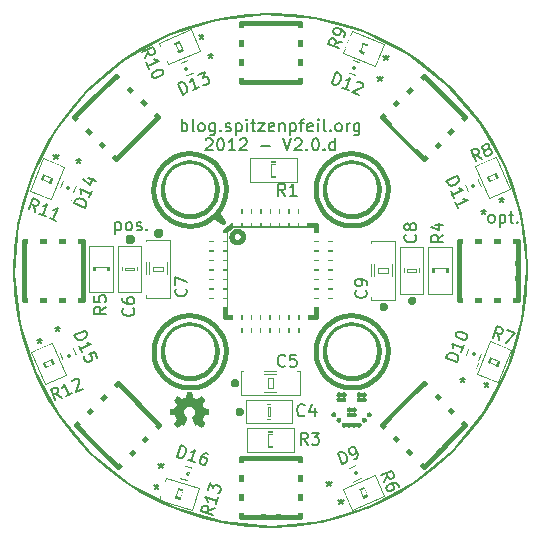
<source format=gto>
G04 (created by PCBNEW-RS274X (2011-07-08)-stable) date Wed 11 Jan 2012 03:10:31 PM CET*
G01*
G70*
G90*
%MOIN*%
G04 Gerber Fmt 3.4, Leading zero omitted, Abs format*
%FSLAX34Y34*%
G04 APERTURE LIST*
%ADD10C,0.006000*%
%ADD11C,0.008000*%
%ADD12C,0.015000*%
%ADD13C,0.000100*%
%ADD14C,0.002600*%
%ADD15C,0.004000*%
%ADD16C,0.002000*%
%ADD17R,0.086700X0.025700*%
%ADD18R,0.025700X0.086700*%
%ADD19R,0.068000X0.068000*%
%ADD20C,0.068000*%
%ADD21R,0.067000X0.059100*%
%ADD22R,0.059100X0.067000*%
%ADD23C,0.168000*%
%ADD24R,0.063000X0.063000*%
%ADD25C,0.063000*%
%ADD26R,0.078800X0.070900*%
%ADD27R,0.070900X0.078800*%
%ADD28R,0.067100X0.043400*%
%ADD29R,0.114300X0.071000*%
%ADD30R,0.043400X0.067100*%
%ADD31R,0.071000X0.114300*%
G04 APERTURE END LIST*
G54D10*
G54D11*
X40081Y-26262D02*
X40043Y-26243D01*
X40024Y-26224D01*
X40005Y-26186D01*
X40005Y-26071D01*
X40024Y-26033D01*
X40043Y-26014D01*
X40081Y-25995D01*
X40139Y-25995D01*
X40177Y-26014D01*
X40196Y-26033D01*
X40215Y-26071D01*
X40215Y-26186D01*
X40196Y-26224D01*
X40177Y-26243D01*
X40139Y-26262D01*
X40081Y-26262D01*
X40386Y-25995D02*
X40386Y-26395D01*
X40386Y-26014D02*
X40424Y-25995D01*
X40501Y-25995D01*
X40539Y-26014D01*
X40558Y-26033D01*
X40577Y-26071D01*
X40577Y-26186D01*
X40558Y-26224D01*
X40539Y-26243D01*
X40501Y-26262D01*
X40424Y-26262D01*
X40386Y-26243D01*
X40691Y-25995D02*
X40843Y-25995D01*
X40748Y-25862D02*
X40748Y-26205D01*
X40767Y-26243D01*
X40805Y-26262D01*
X40843Y-26262D01*
X40977Y-26224D02*
X40996Y-26243D01*
X40977Y-26262D01*
X40958Y-26243D01*
X40977Y-26224D01*
X40977Y-26262D01*
X27576Y-26245D02*
X27576Y-26645D01*
X27576Y-26264D02*
X27614Y-26245D01*
X27691Y-26245D01*
X27729Y-26264D01*
X27748Y-26283D01*
X27767Y-26321D01*
X27767Y-26436D01*
X27748Y-26474D01*
X27729Y-26493D01*
X27691Y-26512D01*
X27614Y-26512D01*
X27576Y-26493D01*
X27995Y-26512D02*
X27957Y-26493D01*
X27938Y-26474D01*
X27919Y-26436D01*
X27919Y-26321D01*
X27938Y-26283D01*
X27957Y-26264D01*
X27995Y-26245D01*
X28053Y-26245D01*
X28091Y-26264D01*
X28110Y-26283D01*
X28129Y-26321D01*
X28129Y-26436D01*
X28110Y-26474D01*
X28091Y-26493D01*
X28053Y-26512D01*
X27995Y-26512D01*
X28281Y-26493D02*
X28319Y-26512D01*
X28395Y-26512D01*
X28434Y-26493D01*
X28453Y-26455D01*
X28453Y-26436D01*
X28434Y-26398D01*
X28395Y-26379D01*
X28338Y-26379D01*
X28300Y-26360D01*
X28281Y-26321D01*
X28281Y-26302D01*
X28300Y-26264D01*
X28338Y-26245D01*
X28395Y-26245D01*
X28434Y-26264D01*
X28624Y-26474D02*
X28643Y-26493D01*
X28624Y-26512D01*
X28605Y-26493D01*
X28624Y-26474D01*
X28624Y-26512D01*
X28950Y-34962D02*
X28950Y-35057D01*
X28855Y-35019D02*
X28950Y-35057D01*
X29046Y-35019D01*
X28893Y-35133D02*
X28950Y-35057D01*
X29008Y-35133D01*
X29100Y-34262D02*
X29100Y-34357D01*
X29005Y-34319D02*
X29100Y-34357D01*
X29196Y-34319D01*
X29043Y-34433D02*
X29100Y-34357D01*
X29158Y-34433D01*
X35100Y-35462D02*
X35100Y-35557D01*
X35005Y-35519D02*
X35100Y-35557D01*
X35196Y-35519D01*
X35043Y-35633D02*
X35100Y-35557D01*
X35158Y-35633D01*
X34700Y-34862D02*
X34700Y-34957D01*
X34605Y-34919D02*
X34700Y-34957D01*
X34796Y-34919D01*
X34643Y-35033D02*
X34700Y-34957D01*
X34758Y-35033D01*
X39150Y-31412D02*
X39150Y-31507D01*
X39055Y-31469D02*
X39150Y-31507D01*
X39246Y-31469D01*
X39093Y-31583D02*
X39150Y-31507D01*
X39208Y-31583D01*
X39950Y-31562D02*
X39950Y-31657D01*
X39855Y-31619D02*
X39950Y-31657D01*
X40046Y-31619D01*
X39893Y-31733D02*
X39950Y-31657D01*
X40008Y-31733D01*
X39850Y-25812D02*
X39850Y-25907D01*
X39755Y-25869D02*
X39850Y-25907D01*
X39946Y-25869D01*
X39793Y-25983D02*
X39850Y-25907D01*
X39908Y-25983D01*
X40450Y-25412D02*
X40450Y-25507D01*
X40355Y-25469D02*
X40450Y-25507D01*
X40546Y-25469D01*
X40393Y-25583D02*
X40450Y-25507D01*
X40508Y-25583D01*
X36400Y-21362D02*
X36400Y-21457D01*
X36305Y-21419D02*
X36400Y-21457D01*
X36496Y-21419D01*
X36343Y-21533D02*
X36400Y-21457D01*
X36458Y-21533D01*
X36600Y-20662D02*
X36600Y-20757D01*
X36505Y-20719D02*
X36600Y-20757D01*
X36696Y-20719D01*
X36543Y-20833D02*
X36600Y-20757D01*
X36658Y-20833D01*
X30750Y-20612D02*
X30750Y-20707D01*
X30655Y-20669D02*
X30750Y-20707D01*
X30846Y-20669D01*
X30693Y-20783D02*
X30750Y-20707D01*
X30808Y-20783D01*
X30450Y-19962D02*
X30450Y-20057D01*
X30355Y-20019D02*
X30450Y-20057D01*
X30546Y-20019D01*
X30393Y-20133D02*
X30450Y-20057D01*
X30508Y-20133D01*
X26350Y-24112D02*
X26350Y-24207D01*
X26255Y-24169D02*
X26350Y-24207D01*
X26446Y-24169D01*
X26293Y-24283D02*
X26350Y-24207D01*
X26408Y-24283D01*
X25600Y-23962D02*
X25600Y-24057D01*
X25505Y-24019D02*
X25600Y-24057D01*
X25696Y-24019D01*
X25543Y-24133D02*
X25600Y-24057D01*
X25658Y-24133D01*
X25650Y-29712D02*
X25650Y-29807D01*
X25555Y-29769D02*
X25650Y-29807D01*
X25746Y-29769D01*
X25593Y-29883D02*
X25650Y-29807D01*
X25708Y-29883D01*
X25050Y-30112D02*
X25050Y-30207D01*
X24955Y-30169D02*
X25050Y-30207D01*
X25146Y-30169D01*
X24993Y-30283D02*
X25050Y-30207D01*
X25108Y-30283D01*
G54D12*
X31600Y-31600D02*
X31599Y-31609D01*
X31596Y-31619D01*
X31591Y-31627D01*
X31585Y-31635D01*
X31577Y-31641D01*
X31569Y-31646D01*
X31560Y-31648D01*
X31550Y-31649D01*
X31541Y-31649D01*
X31532Y-31646D01*
X31523Y-31641D01*
X31516Y-31635D01*
X31509Y-31628D01*
X31505Y-31619D01*
X31502Y-31610D01*
X31501Y-31600D01*
X31501Y-31591D01*
X31504Y-31582D01*
X31508Y-31573D01*
X31515Y-31566D01*
X31522Y-31559D01*
X31530Y-31555D01*
X31540Y-31552D01*
X31549Y-31551D01*
X31558Y-31551D01*
X31568Y-31554D01*
X31576Y-31558D01*
X31584Y-31564D01*
X31590Y-31572D01*
X31595Y-31580D01*
X31598Y-31589D01*
X31599Y-31599D01*
X31600Y-31600D01*
X37500Y-28850D02*
X37499Y-28859D01*
X37496Y-28869D01*
X37491Y-28877D01*
X37485Y-28885D01*
X37477Y-28891D01*
X37469Y-28896D01*
X37460Y-28898D01*
X37450Y-28899D01*
X37441Y-28899D01*
X37432Y-28896D01*
X37423Y-28891D01*
X37416Y-28885D01*
X37409Y-28878D01*
X37405Y-28869D01*
X37402Y-28860D01*
X37401Y-28850D01*
X37401Y-28841D01*
X37404Y-28832D01*
X37408Y-28823D01*
X37415Y-28816D01*
X37422Y-28809D01*
X37430Y-28805D01*
X37440Y-28802D01*
X37449Y-28801D01*
X37458Y-28801D01*
X37468Y-28804D01*
X37476Y-28808D01*
X37484Y-28814D01*
X37490Y-28822D01*
X37495Y-28830D01*
X37498Y-28839D01*
X37499Y-28849D01*
X37500Y-28850D01*
X36550Y-29050D02*
X36549Y-29059D01*
X36546Y-29069D01*
X36541Y-29077D01*
X36535Y-29085D01*
X36527Y-29091D01*
X36519Y-29096D01*
X36510Y-29098D01*
X36500Y-29099D01*
X36491Y-29099D01*
X36482Y-29096D01*
X36473Y-29091D01*
X36466Y-29085D01*
X36459Y-29078D01*
X36455Y-29069D01*
X36452Y-29060D01*
X36451Y-29050D01*
X36451Y-29041D01*
X36454Y-29032D01*
X36458Y-29023D01*
X36465Y-29016D01*
X36472Y-29009D01*
X36480Y-29005D01*
X36490Y-29002D01*
X36499Y-29001D01*
X36508Y-29001D01*
X36518Y-29004D01*
X36526Y-29008D01*
X36534Y-29014D01*
X36540Y-29022D01*
X36545Y-29030D01*
X36548Y-29039D01*
X36549Y-29049D01*
X36550Y-29050D01*
X31750Y-32550D02*
X31749Y-32559D01*
X31746Y-32569D01*
X31741Y-32577D01*
X31735Y-32585D01*
X31727Y-32591D01*
X31719Y-32596D01*
X31710Y-32598D01*
X31700Y-32599D01*
X31691Y-32599D01*
X31682Y-32596D01*
X31673Y-32591D01*
X31666Y-32585D01*
X31659Y-32578D01*
X31655Y-32569D01*
X31652Y-32560D01*
X31651Y-32550D01*
X31651Y-32541D01*
X31654Y-32532D01*
X31658Y-32523D01*
X31665Y-32516D01*
X31672Y-32509D01*
X31680Y-32505D01*
X31690Y-32502D01*
X31699Y-32501D01*
X31708Y-32501D01*
X31718Y-32504D01*
X31726Y-32508D01*
X31734Y-32514D01*
X31740Y-32522D01*
X31745Y-32530D01*
X31748Y-32539D01*
X31749Y-32549D01*
X31750Y-32550D01*
X29070Y-26600D02*
X29068Y-26613D01*
X29064Y-26626D01*
X29058Y-26638D01*
X29049Y-26649D01*
X29039Y-26658D01*
X29027Y-26664D01*
X29014Y-26668D01*
X29000Y-26669D01*
X28987Y-26668D01*
X28974Y-26664D01*
X28962Y-26658D01*
X28952Y-26650D01*
X28943Y-26639D01*
X28936Y-26627D01*
X28932Y-26614D01*
X28931Y-26600D01*
X28932Y-26588D01*
X28935Y-26575D01*
X28942Y-26563D01*
X28950Y-26552D01*
X28961Y-26543D01*
X28972Y-26536D01*
X28985Y-26532D01*
X28999Y-26531D01*
X29012Y-26532D01*
X29025Y-26535D01*
X29037Y-26541D01*
X29048Y-26550D01*
X29057Y-26560D01*
X29063Y-26572D01*
X29068Y-26585D01*
X29069Y-26599D01*
X29070Y-26600D01*
X28120Y-26800D02*
X28118Y-26813D01*
X28114Y-26826D01*
X28108Y-26838D01*
X28099Y-26849D01*
X28089Y-26858D01*
X28077Y-26864D01*
X28064Y-26868D01*
X28050Y-26869D01*
X28037Y-26868D01*
X28024Y-26864D01*
X28012Y-26858D01*
X28002Y-26850D01*
X27993Y-26839D01*
X27986Y-26827D01*
X27982Y-26814D01*
X27981Y-26800D01*
X27982Y-26788D01*
X27985Y-26775D01*
X27992Y-26763D01*
X28000Y-26752D01*
X28011Y-26743D01*
X28022Y-26736D01*
X28035Y-26732D01*
X28049Y-26731D01*
X28062Y-26732D01*
X28075Y-26735D01*
X28087Y-26741D01*
X28098Y-26750D01*
X28107Y-26760D01*
X28113Y-26772D01*
X28118Y-26785D01*
X28119Y-26799D01*
X28120Y-26800D01*
G54D11*
X29787Y-23212D02*
X29787Y-22812D01*
X29787Y-22964D02*
X29825Y-22945D01*
X29902Y-22945D01*
X29940Y-22964D01*
X29959Y-22983D01*
X29978Y-23021D01*
X29978Y-23136D01*
X29959Y-23174D01*
X29940Y-23193D01*
X29902Y-23212D01*
X29825Y-23212D01*
X29787Y-23193D01*
X30206Y-23212D02*
X30168Y-23193D01*
X30149Y-23155D01*
X30149Y-22812D01*
X30416Y-23212D02*
X30378Y-23193D01*
X30359Y-23174D01*
X30340Y-23136D01*
X30340Y-23021D01*
X30359Y-22983D01*
X30378Y-22964D01*
X30416Y-22945D01*
X30474Y-22945D01*
X30512Y-22964D01*
X30531Y-22983D01*
X30550Y-23021D01*
X30550Y-23136D01*
X30531Y-23174D01*
X30512Y-23193D01*
X30474Y-23212D01*
X30416Y-23212D01*
X30893Y-22945D02*
X30893Y-23269D01*
X30874Y-23307D01*
X30855Y-23326D01*
X30816Y-23345D01*
X30759Y-23345D01*
X30721Y-23326D01*
X30893Y-23193D02*
X30855Y-23212D01*
X30778Y-23212D01*
X30740Y-23193D01*
X30721Y-23174D01*
X30702Y-23136D01*
X30702Y-23021D01*
X30721Y-22983D01*
X30740Y-22964D01*
X30778Y-22945D01*
X30855Y-22945D01*
X30893Y-22964D01*
X31083Y-23174D02*
X31102Y-23193D01*
X31083Y-23212D01*
X31064Y-23193D01*
X31083Y-23174D01*
X31083Y-23212D01*
X31254Y-23193D02*
X31292Y-23212D01*
X31368Y-23212D01*
X31407Y-23193D01*
X31426Y-23155D01*
X31426Y-23136D01*
X31407Y-23098D01*
X31368Y-23079D01*
X31311Y-23079D01*
X31273Y-23060D01*
X31254Y-23021D01*
X31254Y-23002D01*
X31273Y-22964D01*
X31311Y-22945D01*
X31368Y-22945D01*
X31407Y-22964D01*
X31597Y-22945D02*
X31597Y-23345D01*
X31597Y-22964D02*
X31635Y-22945D01*
X31712Y-22945D01*
X31750Y-22964D01*
X31769Y-22983D01*
X31788Y-23021D01*
X31788Y-23136D01*
X31769Y-23174D01*
X31750Y-23193D01*
X31712Y-23212D01*
X31635Y-23212D01*
X31597Y-23193D01*
X31959Y-23212D02*
X31959Y-22945D01*
X31959Y-22812D02*
X31940Y-22831D01*
X31959Y-22850D01*
X31978Y-22831D01*
X31959Y-22812D01*
X31959Y-22850D01*
X32092Y-22945D02*
X32244Y-22945D01*
X32149Y-22812D02*
X32149Y-23155D01*
X32168Y-23193D01*
X32206Y-23212D01*
X32244Y-23212D01*
X32340Y-22945D02*
X32550Y-22945D01*
X32340Y-23212D01*
X32550Y-23212D01*
X32855Y-23193D02*
X32817Y-23212D01*
X32740Y-23212D01*
X32702Y-23193D01*
X32683Y-23155D01*
X32683Y-23002D01*
X32702Y-22964D01*
X32740Y-22945D01*
X32817Y-22945D01*
X32855Y-22964D01*
X32874Y-23002D01*
X32874Y-23040D01*
X32683Y-23079D01*
X33045Y-22945D02*
X33045Y-23212D01*
X33045Y-22983D02*
X33064Y-22964D01*
X33102Y-22945D01*
X33160Y-22945D01*
X33198Y-22964D01*
X33217Y-23002D01*
X33217Y-23212D01*
X33407Y-22945D02*
X33407Y-23345D01*
X33407Y-22964D02*
X33445Y-22945D01*
X33522Y-22945D01*
X33560Y-22964D01*
X33579Y-22983D01*
X33598Y-23021D01*
X33598Y-23136D01*
X33579Y-23174D01*
X33560Y-23193D01*
X33522Y-23212D01*
X33445Y-23212D01*
X33407Y-23193D01*
X33712Y-22945D02*
X33864Y-22945D01*
X33769Y-23212D02*
X33769Y-22869D01*
X33788Y-22831D01*
X33826Y-22812D01*
X33864Y-22812D01*
X34151Y-23193D02*
X34113Y-23212D01*
X34036Y-23212D01*
X33998Y-23193D01*
X33979Y-23155D01*
X33979Y-23002D01*
X33998Y-22964D01*
X34036Y-22945D01*
X34113Y-22945D01*
X34151Y-22964D01*
X34170Y-23002D01*
X34170Y-23040D01*
X33979Y-23079D01*
X34341Y-23212D02*
X34341Y-22945D01*
X34341Y-22812D02*
X34322Y-22831D01*
X34341Y-22850D01*
X34360Y-22831D01*
X34341Y-22812D01*
X34341Y-22850D01*
X34588Y-23212D02*
X34550Y-23193D01*
X34531Y-23155D01*
X34531Y-22812D01*
X34741Y-23174D02*
X34760Y-23193D01*
X34741Y-23212D01*
X34722Y-23193D01*
X34741Y-23174D01*
X34741Y-23212D01*
X34988Y-23212D02*
X34950Y-23193D01*
X34931Y-23174D01*
X34912Y-23136D01*
X34912Y-23021D01*
X34931Y-22983D01*
X34950Y-22964D01*
X34988Y-22945D01*
X35046Y-22945D01*
X35084Y-22964D01*
X35103Y-22983D01*
X35122Y-23021D01*
X35122Y-23136D01*
X35103Y-23174D01*
X35084Y-23193D01*
X35046Y-23212D01*
X34988Y-23212D01*
X35293Y-23212D02*
X35293Y-22945D01*
X35293Y-23021D02*
X35312Y-22983D01*
X35331Y-22964D01*
X35369Y-22945D01*
X35408Y-22945D01*
X35713Y-22945D02*
X35713Y-23269D01*
X35694Y-23307D01*
X35675Y-23326D01*
X35636Y-23345D01*
X35579Y-23345D01*
X35541Y-23326D01*
X35713Y-23193D02*
X35675Y-23212D01*
X35598Y-23212D01*
X35560Y-23193D01*
X35541Y-23174D01*
X35522Y-23136D01*
X35522Y-23021D01*
X35541Y-22983D01*
X35560Y-22964D01*
X35598Y-22945D01*
X35675Y-22945D01*
X35713Y-22964D01*
X30588Y-23490D02*
X30607Y-23471D01*
X30645Y-23452D01*
X30741Y-23452D01*
X30779Y-23471D01*
X30798Y-23490D01*
X30817Y-23528D01*
X30817Y-23566D01*
X30798Y-23623D01*
X30569Y-23852D01*
X30817Y-23852D01*
X31064Y-23452D02*
X31103Y-23452D01*
X31141Y-23471D01*
X31160Y-23490D01*
X31179Y-23528D01*
X31198Y-23604D01*
X31198Y-23700D01*
X31179Y-23776D01*
X31160Y-23814D01*
X31141Y-23833D01*
X31103Y-23852D01*
X31064Y-23852D01*
X31026Y-23833D01*
X31007Y-23814D01*
X30988Y-23776D01*
X30969Y-23700D01*
X30969Y-23604D01*
X30988Y-23528D01*
X31007Y-23490D01*
X31026Y-23471D01*
X31064Y-23452D01*
X31579Y-23852D02*
X31350Y-23852D01*
X31464Y-23852D02*
X31464Y-23452D01*
X31426Y-23509D01*
X31388Y-23547D01*
X31350Y-23566D01*
X31731Y-23490D02*
X31750Y-23471D01*
X31788Y-23452D01*
X31884Y-23452D01*
X31922Y-23471D01*
X31941Y-23490D01*
X31960Y-23528D01*
X31960Y-23566D01*
X31941Y-23623D01*
X31712Y-23852D01*
X31960Y-23852D01*
X32436Y-23700D02*
X32741Y-23700D01*
X33179Y-23452D02*
X33312Y-23852D01*
X33446Y-23452D01*
X33560Y-23490D02*
X33579Y-23471D01*
X33617Y-23452D01*
X33713Y-23452D01*
X33751Y-23471D01*
X33770Y-23490D01*
X33789Y-23528D01*
X33789Y-23566D01*
X33770Y-23623D01*
X33541Y-23852D01*
X33789Y-23852D01*
X33960Y-23814D02*
X33979Y-23833D01*
X33960Y-23852D01*
X33941Y-23833D01*
X33960Y-23814D01*
X33960Y-23852D01*
X34226Y-23452D02*
X34265Y-23452D01*
X34303Y-23471D01*
X34322Y-23490D01*
X34341Y-23528D01*
X34360Y-23604D01*
X34360Y-23700D01*
X34341Y-23776D01*
X34322Y-23814D01*
X34303Y-23833D01*
X34265Y-23852D01*
X34226Y-23852D01*
X34188Y-23833D01*
X34169Y-23814D01*
X34150Y-23776D01*
X34131Y-23700D01*
X34131Y-23604D01*
X34150Y-23528D01*
X34169Y-23490D01*
X34188Y-23471D01*
X34226Y-23452D01*
X34531Y-23814D02*
X34550Y-23833D01*
X34531Y-23852D01*
X34512Y-23833D01*
X34531Y-23814D01*
X34531Y-23852D01*
X34893Y-23852D02*
X34893Y-23452D01*
X34893Y-23833D02*
X34855Y-23852D01*
X34778Y-23852D01*
X34740Y-23833D01*
X34721Y-23814D01*
X34702Y-23776D01*
X34702Y-23661D01*
X34721Y-23623D01*
X34740Y-23604D01*
X34778Y-23585D01*
X34855Y-23585D01*
X34893Y-23604D01*
G54D12*
X31259Y-25150D02*
X31235Y-25384D01*
X31167Y-25610D01*
X31057Y-25819D01*
X30907Y-26001D01*
X30726Y-26152D01*
X30518Y-26264D01*
X30293Y-26334D01*
X30058Y-26358D01*
X29824Y-26337D01*
X29598Y-26270D01*
X29388Y-26161D01*
X29205Y-26013D01*
X29053Y-25833D01*
X28939Y-25626D01*
X28868Y-25401D01*
X28842Y-25166D01*
X28861Y-24932D01*
X28926Y-24705D01*
X29034Y-24496D01*
X29181Y-24311D01*
X29361Y-24158D01*
X29566Y-24043D01*
X29791Y-23970D01*
X30025Y-23942D01*
X30259Y-23960D01*
X30487Y-24023D01*
X30697Y-24130D01*
X30883Y-24275D01*
X31037Y-24454D01*
X31154Y-24659D01*
X31228Y-24883D01*
X31258Y-25117D01*
X31259Y-25150D01*
X31254Y-30550D02*
X31231Y-30783D01*
X31163Y-31008D01*
X31052Y-31216D01*
X30904Y-31398D01*
X30723Y-31548D01*
X30516Y-31659D01*
X30292Y-31729D01*
X30058Y-31753D01*
X29825Y-31732D01*
X29599Y-31666D01*
X29391Y-31557D01*
X29208Y-31410D01*
X29057Y-31230D01*
X28944Y-31024D01*
X28873Y-30800D01*
X28847Y-30566D01*
X28866Y-30333D01*
X28931Y-30107D01*
X29038Y-29898D01*
X29184Y-29714D01*
X29363Y-29562D01*
X29568Y-29447D01*
X29792Y-29375D01*
X30025Y-29347D01*
X30259Y-29365D01*
X30485Y-29428D01*
X30695Y-29534D01*
X30880Y-29679D01*
X31033Y-29856D01*
X31149Y-30061D01*
X31224Y-30284D01*
X31253Y-30517D01*
X31254Y-30550D01*
X36651Y-30550D02*
X36628Y-30783D01*
X36560Y-31007D01*
X36450Y-31214D01*
X36302Y-31396D01*
X36121Y-31545D01*
X35915Y-31657D01*
X35691Y-31726D01*
X35458Y-31750D01*
X35225Y-31729D01*
X35001Y-31663D01*
X34793Y-31554D01*
X34610Y-31408D01*
X34460Y-31228D01*
X34347Y-31023D01*
X34276Y-30799D01*
X34250Y-30566D01*
X34269Y-30334D01*
X34334Y-30108D01*
X34441Y-29900D01*
X34587Y-29716D01*
X34765Y-29564D01*
X34970Y-29450D01*
X35193Y-29378D01*
X35425Y-29350D01*
X35658Y-29368D01*
X35884Y-29431D01*
X36093Y-29536D01*
X36278Y-29681D01*
X36431Y-29858D01*
X36547Y-30062D01*
X36621Y-30284D01*
X36650Y-30517D01*
X36651Y-30550D01*
X36650Y-25150D02*
X36627Y-25383D01*
X36559Y-25607D01*
X36449Y-25814D01*
X36301Y-25995D01*
X36121Y-26144D01*
X35915Y-26256D01*
X35691Y-26325D01*
X35458Y-26349D01*
X35226Y-26328D01*
X35001Y-26262D01*
X34793Y-26154D01*
X34611Y-26007D01*
X34460Y-25827D01*
X34348Y-25622D01*
X34277Y-25399D01*
X34251Y-25166D01*
X34270Y-24934D01*
X34335Y-24709D01*
X34442Y-24500D01*
X34587Y-24317D01*
X34766Y-24165D01*
X34970Y-24051D01*
X35193Y-23978D01*
X35425Y-23951D01*
X35658Y-23969D01*
X35883Y-24032D01*
X36092Y-24137D01*
X36277Y-24281D01*
X36430Y-24459D01*
X36546Y-24662D01*
X36620Y-24885D01*
X36649Y-25117D01*
X36650Y-25150D01*
G54D11*
X32750Y-19300D02*
X32005Y-19333D01*
X31266Y-19430D01*
X30538Y-19592D01*
X29826Y-19816D01*
X29137Y-20102D01*
X28476Y-20446D01*
X27846Y-20847D01*
X27255Y-21301D01*
X26705Y-21805D01*
X26201Y-22355D01*
X25747Y-22946D01*
X25346Y-23576D01*
X25002Y-24237D01*
X24716Y-24926D01*
X24492Y-25638D01*
X24330Y-26366D01*
X24233Y-27105D01*
X24200Y-27850D01*
X24200Y-27850D02*
X24233Y-28595D01*
X24330Y-29334D01*
X24492Y-30062D01*
X24716Y-30774D01*
X25002Y-31463D01*
X25346Y-32124D01*
X25747Y-32754D01*
X26201Y-33345D01*
X26705Y-33895D01*
X27255Y-34399D01*
X27846Y-34853D01*
X28476Y-35254D01*
X29137Y-35598D01*
X29826Y-35884D01*
X30538Y-36108D01*
X31266Y-36270D01*
X32005Y-36367D01*
X32750Y-36400D01*
X32750Y-36400D02*
X33495Y-36367D01*
X34234Y-36270D01*
X34962Y-36108D01*
X35674Y-35884D01*
X36363Y-35598D01*
X37025Y-35254D01*
X37654Y-34853D01*
X38245Y-34399D01*
X38795Y-33895D01*
X39299Y-33345D01*
X39753Y-32754D01*
X40154Y-32124D01*
X40498Y-31463D01*
X40784Y-30774D01*
X41008Y-30062D01*
X41170Y-29334D01*
X41267Y-28595D01*
X41300Y-27850D01*
X41300Y-27850D02*
X41267Y-27105D01*
X41170Y-26366D01*
X41008Y-25638D01*
X40784Y-24926D01*
X40498Y-24237D01*
X40154Y-23576D01*
X39753Y-22946D01*
X39299Y-22355D01*
X38795Y-21805D01*
X38245Y-21301D01*
X37654Y-20847D01*
X37025Y-20446D01*
X36363Y-20102D01*
X35674Y-19816D01*
X34962Y-19592D01*
X34234Y-19430D01*
X33495Y-19333D01*
X32750Y-19300D01*
X41300Y-27850D02*
X41137Y-29510D01*
X40654Y-31108D01*
X39871Y-32581D01*
X38816Y-33874D01*
X37531Y-34938D01*
X36063Y-35731D01*
X34469Y-36225D01*
X32809Y-36399D01*
X31148Y-36248D01*
X29548Y-35777D01*
X28069Y-35004D01*
X26768Y-33958D01*
X25696Y-32680D01*
X24892Y-31218D01*
X24387Y-29627D01*
X24201Y-27969D01*
X24341Y-26307D01*
X24801Y-24703D01*
X25564Y-23219D01*
X26600Y-21911D01*
X27871Y-20830D01*
X29328Y-20016D01*
X30915Y-19500D01*
X32571Y-19302D01*
X34234Y-19430D01*
X35841Y-19879D01*
X37331Y-20631D01*
X38646Y-21659D01*
X39736Y-22922D01*
X40560Y-24373D01*
X41087Y-25956D01*
X41296Y-27612D01*
X41300Y-27850D01*
G54D13*
G36*
X35704Y-33089D02*
X35721Y-33087D01*
X35737Y-33082D01*
X35744Y-33078D01*
X35758Y-33068D01*
X35769Y-33056D01*
X35778Y-33042D01*
X35784Y-33026D01*
X35786Y-33010D01*
X35786Y-32993D01*
X35782Y-32977D01*
X35774Y-32961D01*
X35769Y-32954D01*
X35762Y-32946D01*
X35755Y-32939D01*
X35747Y-32934D01*
X35745Y-32932D01*
X35731Y-32926D01*
X35716Y-32922D01*
X35699Y-32921D01*
X35693Y-32922D01*
X35684Y-32923D01*
X35676Y-32925D01*
X35667Y-32929D01*
X35657Y-32934D01*
X35643Y-32945D01*
X35632Y-32958D01*
X35624Y-32974D01*
X35621Y-32981D01*
X35619Y-32989D01*
X35618Y-32996D01*
X35618Y-32997D01*
X35618Y-32997D01*
X35617Y-32994D01*
X35617Y-32993D01*
X35615Y-32982D01*
X35611Y-32971D01*
X35606Y-32961D01*
X35596Y-32949D01*
X35583Y-32937D01*
X35569Y-32928D01*
X35552Y-32923D01*
X35534Y-32921D01*
X35530Y-32921D01*
X35516Y-32923D01*
X35504Y-32926D01*
X35501Y-32927D01*
X35487Y-32935D01*
X35474Y-32946D01*
X35464Y-32958D01*
X35456Y-32973D01*
X35451Y-32988D01*
X35451Y-32988D01*
X35450Y-32992D01*
X35450Y-32994D01*
X35450Y-32994D01*
X35450Y-32992D01*
X35449Y-32988D01*
X35448Y-32986D01*
X35443Y-32971D01*
X35435Y-32957D01*
X35424Y-32944D01*
X35414Y-32936D01*
X35400Y-32928D01*
X35384Y-32923D01*
X35366Y-32921D01*
X35353Y-32922D01*
X35336Y-32926D01*
X35321Y-32934D01*
X35308Y-32945D01*
X35296Y-32958D01*
X35295Y-32960D01*
X35291Y-32966D01*
X35289Y-32971D01*
X35287Y-32975D01*
X35285Y-32983D01*
X35283Y-32990D01*
X35282Y-32996D01*
X35282Y-32997D01*
X35282Y-32997D01*
X35281Y-32993D01*
X35279Y-32984D01*
X35275Y-32972D01*
X35270Y-32962D01*
X35260Y-32949D01*
X35247Y-32937D01*
X35232Y-32928D01*
X35216Y-32923D01*
X35198Y-32921D01*
X35182Y-32922D01*
X35166Y-32927D01*
X35151Y-32935D01*
X35137Y-32947D01*
X35131Y-32954D01*
X35124Y-32963D01*
X35119Y-32974D01*
X35116Y-32983D01*
X35114Y-33000D01*
X35114Y-33016D01*
X35118Y-33032D01*
X35124Y-33047D01*
X35134Y-33060D01*
X35145Y-33071D01*
X35159Y-33080D01*
X35174Y-33086D01*
X35191Y-33089D01*
X35193Y-33089D01*
X35210Y-33088D01*
X35226Y-33085D01*
X35242Y-33077D01*
X35247Y-33074D01*
X35258Y-33064D01*
X35268Y-33052D01*
X35275Y-33039D01*
X35277Y-33034D01*
X35279Y-33027D01*
X35281Y-33020D01*
X35282Y-33014D01*
X35282Y-33011D01*
X35282Y-33014D01*
X35283Y-33017D01*
X35284Y-33024D01*
X35287Y-33033D01*
X35289Y-33040D01*
X35293Y-33047D01*
X35304Y-33061D01*
X35316Y-33073D01*
X35331Y-33082D01*
X35348Y-33088D01*
X35351Y-33088D01*
X35363Y-33089D01*
X35375Y-33089D01*
X35386Y-33087D01*
X35397Y-33084D01*
X35413Y-33075D01*
X35427Y-33064D01*
X35428Y-33063D01*
X35437Y-33051D01*
X35444Y-33037D01*
X35449Y-33023D01*
X35449Y-33022D01*
X35450Y-33018D01*
X35450Y-33016D01*
X35450Y-33017D01*
X35451Y-33021D01*
X35451Y-33022D01*
X35453Y-33031D01*
X35457Y-33040D01*
X35462Y-33050D01*
X35470Y-33060D01*
X35482Y-33072D01*
X35497Y-33081D01*
X35514Y-33087D01*
X35517Y-33088D01*
X35528Y-33089D01*
X35540Y-33089D01*
X35551Y-33088D01*
X35561Y-33085D01*
X35576Y-33078D01*
X35590Y-33067D01*
X35602Y-33055D01*
X35611Y-33040D01*
X35613Y-33035D01*
X35615Y-33027D01*
X35617Y-33020D01*
X35618Y-33014D01*
X35618Y-33013D01*
X35618Y-33013D01*
X35619Y-33017D01*
X35619Y-33017D01*
X35621Y-33028D01*
X35625Y-33039D01*
X35630Y-33049D01*
X35633Y-33052D01*
X35643Y-33065D01*
X35657Y-33076D01*
X35671Y-33084D01*
X35687Y-33088D01*
X35704Y-33089D01*
X35704Y-33089D01*
G37*
G36*
X35024Y-32921D02*
X35034Y-32921D01*
X35044Y-32920D01*
X35055Y-32917D01*
X35071Y-32910D01*
X35085Y-32900D01*
X35097Y-32887D01*
X35105Y-32873D01*
X35111Y-32857D01*
X35113Y-32839D01*
X35112Y-32822D01*
X35108Y-32806D01*
X35100Y-32791D01*
X35090Y-32778D01*
X35076Y-32767D01*
X35072Y-32764D01*
X35056Y-32756D01*
X35039Y-32753D01*
X35021Y-32753D01*
X35004Y-32756D01*
X34990Y-32762D01*
X34975Y-32772D01*
X34963Y-32784D01*
X34954Y-32799D01*
X34947Y-32816D01*
X34946Y-32824D01*
X34945Y-32835D01*
X34945Y-32846D01*
X34947Y-32855D01*
X34948Y-32858D01*
X34954Y-32875D01*
X34964Y-32890D01*
X34977Y-32903D01*
X34992Y-32912D01*
X34999Y-32915D01*
X35009Y-32919D01*
X35018Y-32920D01*
X35024Y-32921D01*
X35024Y-32921D01*
G37*
G36*
X35873Y-32921D02*
X35890Y-32919D01*
X35907Y-32913D01*
X35922Y-32903D01*
X35926Y-32901D01*
X35937Y-32888D01*
X35947Y-32874D01*
X35953Y-32857D01*
X35954Y-32849D01*
X35955Y-32838D01*
X35955Y-32827D01*
X35953Y-32818D01*
X35952Y-32814D01*
X35945Y-32797D01*
X35936Y-32783D01*
X35924Y-32771D01*
X35909Y-32762D01*
X35893Y-32755D01*
X35875Y-32752D01*
X35869Y-32752D01*
X35852Y-32754D01*
X35836Y-32760D01*
X35822Y-32768D01*
X35810Y-32779D01*
X35800Y-32792D01*
X35792Y-32807D01*
X35788Y-32823D01*
X35787Y-32840D01*
X35788Y-32851D01*
X35790Y-32860D01*
X35793Y-32870D01*
X35800Y-32883D01*
X35811Y-32896D01*
X35824Y-32907D01*
X35839Y-32915D01*
X35855Y-32920D01*
X35873Y-32921D01*
X35873Y-32921D01*
G37*
G36*
X34856Y-32752D02*
X34868Y-32752D01*
X34878Y-32751D01*
X34890Y-32747D01*
X34906Y-32739D01*
X34920Y-32728D01*
X34929Y-32717D01*
X34938Y-32703D01*
X34943Y-32686D01*
X34944Y-32679D01*
X34945Y-32669D01*
X34944Y-32659D01*
X34943Y-32651D01*
X34942Y-32645D01*
X34935Y-32629D01*
X34926Y-32614D01*
X34913Y-32602D01*
X34898Y-32593D01*
X34892Y-32590D01*
X34881Y-32586D01*
X34870Y-32584D01*
X34858Y-32584D01*
X34850Y-32585D01*
X34841Y-32586D01*
X34832Y-32588D01*
X34823Y-32593D01*
X34818Y-32595D01*
X34804Y-32606D01*
X34792Y-32619D01*
X34783Y-32634D01*
X34778Y-32651D01*
X34777Y-32655D01*
X34776Y-32665D01*
X34777Y-32676D01*
X34778Y-32685D01*
X34779Y-32691D01*
X34786Y-32707D01*
X34795Y-32722D01*
X34808Y-32734D01*
X34823Y-32743D01*
X34840Y-32750D01*
X34845Y-32751D01*
X34856Y-32752D01*
X34856Y-32752D01*
G37*
G36*
X35532Y-32752D02*
X35549Y-32751D01*
X35565Y-32747D01*
X35574Y-32742D01*
X35588Y-32732D01*
X35600Y-32720D01*
X35610Y-32705D01*
X35615Y-32688D01*
X35616Y-32685D01*
X35618Y-32671D01*
X35618Y-32658D01*
X35614Y-32644D01*
X35608Y-32627D01*
X35598Y-32613D01*
X35585Y-32601D01*
X35570Y-32592D01*
X35553Y-32586D01*
X35542Y-32583D01*
X35548Y-32583D01*
X35549Y-32582D01*
X35561Y-32579D01*
X35574Y-32574D01*
X35585Y-32566D01*
X35587Y-32564D01*
X35600Y-32552D01*
X35609Y-32538D01*
X35615Y-32522D01*
X35618Y-32506D01*
X35617Y-32490D01*
X35614Y-32473D01*
X35606Y-32458D01*
X35606Y-32457D01*
X35596Y-32443D01*
X35583Y-32432D01*
X35569Y-32424D01*
X35553Y-32419D01*
X35537Y-32416D01*
X35521Y-32417D01*
X35505Y-32421D01*
X35490Y-32429D01*
X35476Y-32439D01*
X35468Y-32447D01*
X35460Y-32460D01*
X35454Y-32473D01*
X35451Y-32485D01*
X35450Y-32488D01*
X35450Y-32490D01*
X35450Y-32489D01*
X35449Y-32485D01*
X35446Y-32474D01*
X35441Y-32462D01*
X35434Y-32451D01*
X35430Y-32445D01*
X35417Y-32433D01*
X35403Y-32424D01*
X35386Y-32419D01*
X35369Y-32416D01*
X35352Y-32417D01*
X35342Y-32420D01*
X35325Y-32427D01*
X35311Y-32437D01*
X35299Y-32449D01*
X35290Y-32464D01*
X35284Y-32480D01*
X35283Y-32489D01*
X35282Y-32505D01*
X35285Y-32522D01*
X35291Y-32538D01*
X35301Y-32552D01*
X35313Y-32564D01*
X35328Y-32574D01*
X35334Y-32577D01*
X35342Y-32580D01*
X35349Y-32582D01*
X35355Y-32583D01*
X35356Y-32583D01*
X35355Y-32584D01*
X35352Y-32585D01*
X35343Y-32587D01*
X35332Y-32591D01*
X35322Y-32596D01*
X35317Y-32599D01*
X35306Y-32609D01*
X35296Y-32621D01*
X35289Y-32634D01*
X35284Y-32648D01*
X35282Y-32663D01*
X35282Y-32678D01*
X35283Y-32681D01*
X35288Y-32698D01*
X35295Y-32714D01*
X35307Y-32728D01*
X35316Y-32736D01*
X35331Y-32745D01*
X35348Y-32751D01*
X35355Y-32751D01*
X35364Y-32752D01*
X35373Y-32751D01*
X35382Y-32751D01*
X35389Y-32749D01*
X35395Y-32748D01*
X35411Y-32739D01*
X35425Y-32728D01*
X35436Y-32715D01*
X35440Y-32708D01*
X35446Y-32697D01*
X35449Y-32686D01*
X35449Y-32685D01*
X35450Y-32681D01*
X35450Y-32679D01*
X35450Y-32679D01*
X35450Y-32657D01*
X35450Y-32657D01*
X35450Y-32655D01*
X35449Y-32651D01*
X35449Y-32649D01*
X35444Y-32634D01*
X35435Y-32620D01*
X35425Y-32608D01*
X35412Y-32597D01*
X35398Y-32590D01*
X35397Y-32589D01*
X35389Y-32587D01*
X35382Y-32585D01*
X35375Y-32584D01*
X35382Y-32582D01*
X35392Y-32580D01*
X35407Y-32573D01*
X35421Y-32564D01*
X35432Y-32552D01*
X35441Y-32538D01*
X35445Y-32531D01*
X35448Y-32522D01*
X35449Y-32515D01*
X35450Y-32512D01*
X35450Y-32510D01*
X35450Y-32511D01*
X35451Y-32515D01*
X35452Y-32521D01*
X35455Y-32530D01*
X35459Y-32538D01*
X35464Y-32547D01*
X35475Y-32559D01*
X35488Y-32570D01*
X35503Y-32578D01*
X35518Y-32582D01*
X35526Y-32584D01*
X35518Y-32585D01*
X35517Y-32585D01*
X35510Y-32587D01*
X35502Y-32590D01*
X35501Y-32590D01*
X35487Y-32598D01*
X35474Y-32609D01*
X35464Y-32621D01*
X35456Y-32636D01*
X35451Y-32650D01*
X35451Y-32651D01*
X35450Y-32655D01*
X35450Y-32657D01*
X35450Y-32679D01*
X35450Y-32679D01*
X35450Y-32681D01*
X35451Y-32686D01*
X35454Y-32696D01*
X35461Y-32711D01*
X35472Y-32725D01*
X35484Y-32736D01*
X35499Y-32745D01*
X35499Y-32745D01*
X35515Y-32750D01*
X35532Y-32752D01*
X35532Y-32752D01*
G37*
G36*
X36033Y-32752D02*
X36047Y-32752D01*
X36059Y-32750D01*
X36067Y-32748D01*
X36083Y-32740D01*
X36097Y-32730D01*
X36108Y-32717D01*
X36117Y-32702D01*
X36122Y-32686D01*
X36124Y-32668D01*
X36123Y-32661D01*
X36120Y-32644D01*
X36113Y-32627D01*
X36103Y-32612D01*
X36100Y-32609D01*
X36088Y-32599D01*
X36074Y-32591D01*
X36059Y-32586D01*
X36059Y-32586D01*
X36046Y-32584D01*
X36032Y-32584D01*
X36020Y-32586D01*
X36015Y-32587D01*
X35999Y-32594D01*
X35985Y-32603D01*
X35974Y-32615D01*
X35965Y-32629D01*
X35958Y-32644D01*
X35955Y-32661D01*
X35956Y-32678D01*
X35959Y-32695D01*
X35965Y-32708D01*
X35975Y-32722D01*
X35987Y-32734D01*
X36002Y-32743D01*
X36018Y-32750D01*
X36020Y-32750D01*
X36033Y-32752D01*
X36033Y-32752D01*
G37*
G36*
X35200Y-32248D02*
X35217Y-32246D01*
X35233Y-32240D01*
X35241Y-32236D01*
X35248Y-32231D01*
X35256Y-32224D01*
X35265Y-32214D01*
X35274Y-32200D01*
X35280Y-32184D01*
X35281Y-32179D01*
X35282Y-32168D01*
X35282Y-32156D01*
X35280Y-32146D01*
X35276Y-32132D01*
X35268Y-32117D01*
X35258Y-32104D01*
X35256Y-32102D01*
X35248Y-32096D01*
X35239Y-32090D01*
X35231Y-32086D01*
X35228Y-32085D01*
X35221Y-32082D01*
X35214Y-32081D01*
X35209Y-32080D01*
X35206Y-32080D01*
X35209Y-32079D01*
X35213Y-32078D01*
X35219Y-32077D01*
X35225Y-32075D01*
X35237Y-32069D01*
X35250Y-32061D01*
X35260Y-32052D01*
X35261Y-32050D01*
X35272Y-32036D01*
X35278Y-32020D01*
X35282Y-32003D01*
X35282Y-31986D01*
X35281Y-31982D01*
X35276Y-31965D01*
X35268Y-31949D01*
X35257Y-31935D01*
X35247Y-31926D01*
X35232Y-31918D01*
X35216Y-31912D01*
X35212Y-31912D01*
X35201Y-31911D01*
X35189Y-31911D01*
X35178Y-31913D01*
X35169Y-31916D01*
X35153Y-31923D01*
X35140Y-31934D01*
X35129Y-31946D01*
X35120Y-31961D01*
X35115Y-31977D01*
X35115Y-31979D01*
X35114Y-31983D01*
X35113Y-31985D01*
X35113Y-31983D01*
X35112Y-31979D01*
X35110Y-31972D01*
X35108Y-31965D01*
X35105Y-31958D01*
X35102Y-31953D01*
X35092Y-31939D01*
X35079Y-31927D01*
X35064Y-31918D01*
X35048Y-31913D01*
X35030Y-31911D01*
X35016Y-31912D01*
X35000Y-31916D01*
X34985Y-31923D01*
X34976Y-31929D01*
X34964Y-31941D01*
X34955Y-31956D01*
X34948Y-31971D01*
X34945Y-31988D01*
X34945Y-32005D01*
X34949Y-32020D01*
X34956Y-32037D01*
X34966Y-32051D01*
X34979Y-32062D01*
X34994Y-32071D01*
X35011Y-32077D01*
X35021Y-32080D01*
X35015Y-32080D01*
X35012Y-32081D01*
X34998Y-32085D01*
X34985Y-32092D01*
X34973Y-32101D01*
X34963Y-32111D01*
X34957Y-32120D01*
X34951Y-32132D01*
X34947Y-32143D01*
X34946Y-32152D01*
X34945Y-32162D01*
X34945Y-32173D01*
X34947Y-32182D01*
X34950Y-32192D01*
X34958Y-32208D01*
X34968Y-32222D01*
X34982Y-32233D01*
X34997Y-32241D01*
X35015Y-32247D01*
X35019Y-32247D01*
X35030Y-32248D01*
X35041Y-32247D01*
X35050Y-32245D01*
X35057Y-32243D01*
X35073Y-32235D01*
X35087Y-32225D01*
X35098Y-32212D01*
X35107Y-32197D01*
X35112Y-32180D01*
X35112Y-32179D01*
X35113Y-32175D01*
X35114Y-32175D01*
X35114Y-32152D01*
X35113Y-32151D01*
X35112Y-32148D01*
X35112Y-32147D01*
X35109Y-32136D01*
X35104Y-32124D01*
X35097Y-32113D01*
X35092Y-32107D01*
X35079Y-32095D01*
X35063Y-32086D01*
X35046Y-32081D01*
X35038Y-32079D01*
X35044Y-32078D01*
X35049Y-32077D01*
X35054Y-32075D01*
X35058Y-32074D01*
X35073Y-32067D01*
X35087Y-32056D01*
X35098Y-32044D01*
X35106Y-32029D01*
X35112Y-32013D01*
X35112Y-32009D01*
X35113Y-32006D01*
X35114Y-32008D01*
X35115Y-32013D01*
X35115Y-32013D01*
X35118Y-32022D01*
X35122Y-32032D01*
X35127Y-32041D01*
X35132Y-32047D01*
X35139Y-32055D01*
X35148Y-32063D01*
X35156Y-32068D01*
X35156Y-32068D01*
X35169Y-32074D01*
X35183Y-32078D01*
X35189Y-32079D01*
X35182Y-32080D01*
X35167Y-32085D01*
X35152Y-32093D01*
X35139Y-32103D01*
X35128Y-32116D01*
X35125Y-32120D01*
X35121Y-32128D01*
X35118Y-32137D01*
X35115Y-32145D01*
X35114Y-32150D01*
X35114Y-32150D01*
X35114Y-32152D01*
X35114Y-32175D01*
X35114Y-32175D01*
X35115Y-32179D01*
X35116Y-32184D01*
X35117Y-32189D01*
X35121Y-32198D01*
X35129Y-32213D01*
X35140Y-32225D01*
X35153Y-32235D01*
X35168Y-32242D01*
X35184Y-32247D01*
X35200Y-32248D01*
X35200Y-32248D01*
G37*
G36*
X35707Y-32248D02*
X35723Y-32245D01*
X35739Y-32239D01*
X35753Y-32230D01*
X35766Y-32219D01*
X35775Y-32205D01*
X35783Y-32189D01*
X35784Y-32184D01*
X35785Y-32179D01*
X35785Y-32178D01*
X35786Y-32175D01*
X35786Y-32175D01*
X35786Y-32152D01*
X35786Y-32149D01*
X35784Y-32143D01*
X35781Y-32134D01*
X35774Y-32119D01*
X35763Y-32105D01*
X35751Y-32094D01*
X35736Y-32086D01*
X35719Y-32081D01*
X35711Y-32079D01*
X35717Y-32078D01*
X35718Y-32078D01*
X35731Y-32074D01*
X35744Y-32068D01*
X35750Y-32065D01*
X35758Y-32058D01*
X35766Y-32049D01*
X35773Y-32041D01*
X35777Y-32034D01*
X35782Y-32023D01*
X35785Y-32013D01*
X35786Y-32009D01*
X35786Y-32006D01*
X35787Y-32008D01*
X35788Y-32013D01*
X35792Y-32024D01*
X35799Y-32039D01*
X35810Y-32053D01*
X35823Y-32064D01*
X35839Y-32073D01*
X35856Y-32078D01*
X35862Y-32079D01*
X35854Y-32081D01*
X35846Y-32083D01*
X35830Y-32090D01*
X35815Y-32100D01*
X35803Y-32113D01*
X35800Y-32118D01*
X35795Y-32126D01*
X35792Y-32135D01*
X35790Y-32141D01*
X35788Y-32147D01*
X35788Y-32147D01*
X35787Y-32151D01*
X35786Y-32152D01*
X35786Y-32175D01*
X35787Y-32176D01*
X35788Y-32180D01*
X35789Y-32186D01*
X35794Y-32198D01*
X35801Y-32210D01*
X35806Y-32217D01*
X35818Y-32229D01*
X35833Y-32239D01*
X35850Y-32245D01*
X35858Y-32247D01*
X35869Y-32247D01*
X35881Y-32247D01*
X35892Y-32245D01*
X35893Y-32245D01*
X35910Y-32238D01*
X35924Y-32228D01*
X35937Y-32216D01*
X35946Y-32201D01*
X35953Y-32184D01*
X35954Y-32177D01*
X35955Y-32165D01*
X35954Y-32153D01*
X35953Y-32143D01*
X35950Y-32134D01*
X35944Y-32122D01*
X35937Y-32111D01*
X35929Y-32103D01*
X35919Y-32094D01*
X35908Y-32088D01*
X35904Y-32086D01*
X35896Y-32083D01*
X35888Y-32081D01*
X35882Y-32080D01*
X35882Y-32080D01*
X35884Y-32079D01*
X35889Y-32077D01*
X35898Y-32074D01*
X35909Y-32070D01*
X35919Y-32065D01*
X35920Y-32063D01*
X35931Y-32053D01*
X35941Y-32041D01*
X35948Y-32029D01*
X35951Y-32023D01*
X35954Y-32006D01*
X35955Y-31988D01*
X35952Y-31971D01*
X35951Y-31968D01*
X35944Y-31952D01*
X35933Y-31938D01*
X35920Y-31927D01*
X35905Y-31918D01*
X35889Y-31912D01*
X35886Y-31912D01*
X35875Y-31911D01*
X35862Y-31911D01*
X35851Y-31913D01*
X35849Y-31913D01*
X35832Y-31920D01*
X35817Y-31930D01*
X35805Y-31942D01*
X35795Y-31958D01*
X35793Y-31963D01*
X35790Y-31970D01*
X35788Y-31977D01*
X35787Y-31983D01*
X35787Y-31984D01*
X35787Y-31985D01*
X35786Y-31982D01*
X35785Y-31978D01*
X35782Y-31966D01*
X35775Y-31951D01*
X35764Y-31938D01*
X35752Y-31927D01*
X35737Y-31918D01*
X35737Y-31918D01*
X35721Y-31913D01*
X35704Y-31911D01*
X35687Y-31912D01*
X35671Y-31916D01*
X35662Y-31921D01*
X35648Y-31931D01*
X35636Y-31943D01*
X35626Y-31958D01*
X35621Y-31974D01*
X35620Y-31978D01*
X35618Y-31992D01*
X35618Y-32005D01*
X35622Y-32020D01*
X35629Y-32036D01*
X35639Y-32051D01*
X35652Y-32062D01*
X35667Y-32071D01*
X35684Y-32077D01*
X35688Y-32078D01*
X35691Y-32079D01*
X35691Y-32080D01*
X35686Y-32080D01*
X35676Y-32083D01*
X35666Y-32088D01*
X35656Y-32093D01*
X35646Y-32100D01*
X35635Y-32113D01*
X35626Y-32129D01*
X35624Y-32131D01*
X35619Y-32148D01*
X35618Y-32165D01*
X35620Y-32182D01*
X35626Y-32198D01*
X35629Y-32206D01*
X35635Y-32214D01*
X35642Y-32222D01*
X35642Y-32222D01*
X35656Y-32234D01*
X35671Y-32242D01*
X35688Y-32247D01*
X35690Y-32247D01*
X35707Y-32248D01*
X35707Y-32248D01*
G37*
G36*
X29652Y-33090D02*
X29659Y-33086D01*
X29674Y-33077D01*
X29696Y-33062D01*
X29722Y-33045D01*
X29748Y-33027D01*
X29770Y-33013D01*
X29785Y-33003D01*
X29791Y-33000D01*
X29794Y-33001D01*
X29807Y-33007D01*
X29824Y-33016D01*
X29835Y-33022D01*
X29851Y-33029D01*
X29860Y-33030D01*
X29861Y-33028D01*
X29867Y-33016D01*
X29876Y-32994D01*
X29889Y-32966D01*
X29903Y-32932D01*
X29918Y-32896D01*
X29934Y-32860D01*
X29948Y-32825D01*
X29961Y-32793D01*
X29971Y-32767D01*
X29978Y-32750D01*
X29981Y-32742D01*
X29980Y-32740D01*
X29972Y-32732D01*
X29957Y-32722D01*
X29926Y-32696D01*
X29895Y-32658D01*
X29877Y-32615D01*
X29870Y-32566D01*
X29876Y-32521D01*
X29893Y-32479D01*
X29923Y-32440D01*
X29960Y-32411D01*
X30002Y-32393D01*
X30050Y-32387D01*
X30095Y-32392D01*
X30139Y-32410D01*
X30178Y-32439D01*
X30195Y-32458D01*
X30217Y-32497D01*
X30230Y-32539D01*
X30231Y-32550D01*
X30229Y-32596D01*
X30216Y-32640D01*
X30191Y-32679D01*
X30158Y-32712D01*
X30153Y-32715D01*
X30138Y-32727D01*
X30127Y-32735D01*
X30119Y-32741D01*
X30178Y-32883D01*
X30187Y-32905D01*
X30203Y-32944D01*
X30217Y-32977D01*
X30229Y-33004D01*
X30237Y-33022D01*
X30240Y-33029D01*
X30240Y-33029D01*
X30246Y-33030D01*
X30256Y-33026D01*
X30276Y-33017D01*
X30289Y-33010D01*
X30304Y-33003D01*
X30311Y-33000D01*
X30317Y-33003D01*
X30331Y-33012D01*
X30352Y-33026D01*
X30378Y-33044D01*
X30402Y-33060D01*
X30424Y-33075D01*
X30440Y-33085D01*
X30448Y-33089D01*
X30449Y-33089D01*
X30456Y-33085D01*
X30469Y-33075D01*
X30488Y-33057D01*
X30515Y-33030D01*
X30519Y-33025D01*
X30542Y-33003D01*
X30560Y-32984D01*
X30572Y-32970D01*
X30577Y-32964D01*
X30577Y-32964D01*
X30573Y-32956D01*
X30562Y-32940D01*
X30548Y-32917D01*
X30530Y-32891D01*
X30483Y-32823D01*
X30509Y-32759D01*
X30517Y-32739D01*
X30527Y-32715D01*
X30534Y-32698D01*
X30538Y-32691D01*
X30545Y-32688D01*
X30562Y-32684D01*
X30588Y-32679D01*
X30618Y-32673D01*
X30647Y-32668D01*
X30673Y-32663D01*
X30692Y-32659D01*
X30701Y-32658D01*
X30703Y-32656D01*
X30705Y-32652D01*
X30706Y-32643D01*
X30706Y-32627D01*
X30707Y-32602D01*
X30707Y-32566D01*
X30707Y-32562D01*
X30706Y-32528D01*
X30706Y-32500D01*
X30705Y-32483D01*
X30704Y-32476D01*
X30704Y-32476D01*
X30695Y-32474D01*
X30677Y-32470D01*
X30651Y-32465D01*
X30620Y-32459D01*
X30618Y-32458D01*
X30587Y-32452D01*
X30560Y-32447D01*
X30542Y-32443D01*
X30535Y-32440D01*
X30533Y-32438D01*
X30527Y-32426D01*
X30518Y-32407D01*
X30507Y-32383D01*
X30497Y-32359D01*
X30489Y-32337D01*
X30483Y-32320D01*
X30481Y-32313D01*
X30481Y-32313D01*
X30486Y-32305D01*
X30496Y-32289D01*
X30511Y-32267D01*
X30530Y-32240D01*
X30531Y-32238D01*
X30549Y-32212D01*
X30563Y-32190D01*
X30573Y-32174D01*
X30577Y-32167D01*
X30576Y-32166D01*
X30571Y-32159D01*
X30557Y-32144D01*
X30538Y-32124D01*
X30515Y-32100D01*
X30508Y-32093D01*
X30482Y-32068D01*
X30464Y-32052D01*
X30453Y-32043D01*
X30448Y-32041D01*
X30448Y-32041D01*
X30440Y-32046D01*
X30423Y-32057D01*
X30401Y-32072D01*
X30374Y-32090D01*
X30372Y-32092D01*
X30346Y-32110D01*
X30324Y-32124D01*
X30309Y-32135D01*
X30302Y-32139D01*
X30301Y-32139D01*
X30290Y-32136D01*
X30271Y-32129D01*
X30248Y-32120D01*
X30224Y-32110D01*
X30202Y-32101D01*
X30185Y-32094D01*
X30178Y-32089D01*
X30177Y-32089D01*
X30175Y-32079D01*
X30170Y-32060D01*
X30164Y-32033D01*
X30158Y-32000D01*
X30157Y-31995D01*
X30151Y-31964D01*
X30146Y-31938D01*
X30143Y-31920D01*
X30141Y-31913D01*
X30136Y-31912D01*
X30121Y-31911D01*
X30098Y-31910D01*
X30070Y-31910D01*
X30040Y-31910D01*
X30011Y-31911D01*
X29987Y-31911D01*
X29969Y-31913D01*
X29961Y-31914D01*
X29961Y-31915D01*
X29958Y-31924D01*
X29954Y-31944D01*
X29949Y-31971D01*
X29942Y-32003D01*
X29941Y-32009D01*
X29935Y-32040D01*
X29930Y-32066D01*
X29926Y-32084D01*
X29924Y-32091D01*
X29922Y-32092D01*
X29909Y-32098D01*
X29888Y-32106D01*
X29862Y-32117D01*
X29802Y-32141D01*
X29728Y-32091D01*
X29721Y-32086D01*
X29695Y-32068D01*
X29673Y-32053D01*
X29658Y-32044D01*
X29651Y-32040D01*
X29651Y-32040D01*
X29643Y-32047D01*
X29629Y-32060D01*
X29609Y-32080D01*
X29586Y-32103D01*
X29568Y-32120D01*
X29548Y-32141D01*
X29535Y-32155D01*
X29528Y-32164D01*
X29526Y-32169D01*
X29526Y-32173D01*
X29531Y-32180D01*
X29542Y-32197D01*
X29557Y-32219D01*
X29575Y-32245D01*
X29590Y-32267D01*
X29606Y-32292D01*
X29616Y-32309D01*
X29620Y-32318D01*
X29619Y-32322D01*
X29614Y-32336D01*
X29605Y-32358D01*
X29594Y-32384D01*
X29568Y-32442D01*
X29530Y-32450D01*
X29507Y-32454D01*
X29474Y-32460D01*
X29443Y-32466D01*
X29395Y-32476D01*
X29393Y-32653D01*
X29401Y-32656D01*
X29408Y-32658D01*
X29426Y-32662D01*
X29451Y-32667D01*
X29482Y-32673D01*
X29507Y-32678D01*
X29533Y-32683D01*
X29552Y-32686D01*
X29560Y-32688D01*
X29562Y-32691D01*
X29569Y-32703D01*
X29578Y-32723D01*
X29588Y-32747D01*
X29599Y-32772D01*
X29608Y-32795D01*
X29614Y-32813D01*
X29617Y-32822D01*
X29613Y-32829D01*
X29603Y-32844D01*
X29589Y-32866D01*
X29571Y-32892D01*
X29554Y-32917D01*
X29539Y-32940D01*
X29529Y-32955D01*
X29524Y-32963D01*
X29526Y-32968D01*
X29537Y-32980D01*
X29556Y-33000D01*
X29585Y-33029D01*
X29590Y-33033D01*
X29613Y-33056D01*
X29632Y-33074D01*
X29646Y-33086D01*
X29652Y-33090D01*
X29652Y-33090D01*
G37*
G54D14*
X30103Y-34770D02*
X30066Y-34893D01*
X30066Y-34893D02*
X30254Y-34950D01*
X30291Y-34828D02*
X30254Y-34950D01*
X30103Y-34770D02*
X30291Y-34828D01*
X30175Y-34536D02*
X30157Y-34592D01*
X30157Y-34592D02*
X30252Y-34621D01*
X30269Y-34565D02*
X30252Y-34621D01*
X30175Y-34536D02*
X30269Y-34565D01*
X30118Y-34722D02*
X30100Y-34779D01*
X30100Y-34779D02*
X30195Y-34808D01*
X30212Y-34751D02*
X30195Y-34808D01*
X30118Y-34722D02*
X30212Y-34751D01*
X30160Y-34583D02*
X30115Y-34732D01*
X30115Y-34732D02*
X30181Y-34752D01*
X30226Y-34603D02*
X30181Y-34752D01*
X30160Y-34583D02*
X30226Y-34603D01*
X29540Y-34598D02*
X29502Y-34720D01*
X29502Y-34720D02*
X29691Y-34778D01*
X29728Y-34656D02*
X29691Y-34778D01*
X29540Y-34598D02*
X29728Y-34656D01*
X29646Y-34250D02*
X29609Y-34372D01*
X29609Y-34372D02*
X29797Y-34430D01*
X29834Y-34307D02*
X29797Y-34430D01*
X29646Y-34250D02*
X29834Y-34307D01*
X29648Y-34579D02*
X29631Y-34635D01*
X29631Y-34635D02*
X29725Y-34664D01*
X29743Y-34608D02*
X29725Y-34664D01*
X29648Y-34579D02*
X29743Y-34608D01*
X29705Y-34392D02*
X29688Y-34449D01*
X29688Y-34449D02*
X29782Y-34478D01*
X29800Y-34421D02*
X29782Y-34478D01*
X29705Y-34392D02*
X29800Y-34421D01*
X29719Y-34448D02*
X29674Y-34597D01*
X29674Y-34597D02*
X29740Y-34617D01*
X29785Y-34468D02*
X29740Y-34617D01*
X29719Y-34448D02*
X29785Y-34468D01*
X29961Y-34563D02*
X29939Y-34637D01*
X29939Y-34637D02*
X30013Y-34660D01*
X30036Y-34586D02*
X30013Y-34660D01*
X29961Y-34563D02*
X30036Y-34586D01*
X30206Y-34432D02*
X30172Y-34544D01*
X30172Y-34544D02*
X30285Y-34579D01*
X30319Y-34466D02*
X30285Y-34579D01*
X30206Y-34432D02*
X30319Y-34466D01*
X30370Y-34471D02*
X30344Y-34556D01*
X30344Y-34556D02*
X30372Y-34565D01*
X30398Y-34480D02*
X30372Y-34565D01*
X30370Y-34471D02*
X30398Y-34480D01*
G54D15*
X30081Y-34876D02*
X29687Y-34756D01*
X29829Y-34327D02*
X30364Y-34490D01*
G54D16*
X30349Y-34528D02*
X30348Y-34533D01*
X30346Y-34538D01*
X30344Y-34543D01*
X30340Y-34547D01*
X30336Y-34551D01*
X30331Y-34553D01*
X30326Y-34555D01*
X30321Y-34555D01*
X30316Y-34555D01*
X30311Y-34553D01*
X30306Y-34551D01*
X30302Y-34548D01*
X30298Y-34543D01*
X30296Y-34539D01*
X30294Y-34533D01*
X30294Y-34528D01*
X30294Y-34523D01*
X30295Y-34518D01*
X30298Y-34513D01*
X30301Y-34509D01*
X30306Y-34506D01*
X30310Y-34503D01*
X30315Y-34501D01*
X30321Y-34501D01*
X30325Y-34501D01*
X30331Y-34502D01*
X30336Y-34505D01*
X30340Y-34508D01*
X30343Y-34512D01*
X30346Y-34517D01*
X30348Y-34522D01*
X30348Y-34528D01*
X30349Y-34528D01*
G54D15*
X30365Y-34585D02*
X30354Y-34582D01*
X30342Y-34581D01*
X30330Y-34580D01*
X30319Y-34580D01*
X30308Y-34581D01*
X30296Y-34583D01*
X30284Y-34586D01*
X30273Y-34590D01*
X30263Y-34595D01*
X30252Y-34601D01*
X30243Y-34608D01*
X30234Y-34616D01*
X30225Y-34624D01*
X30218Y-34634D01*
X30211Y-34643D01*
X30205Y-34654D01*
X30200Y-34665D01*
X30196Y-34676D01*
X30193Y-34687D01*
X30192Y-34699D01*
X30191Y-34711D01*
X30191Y-34722D01*
X30192Y-34733D01*
X30194Y-34745D01*
X30197Y-34757D01*
X30201Y-34768D01*
X30206Y-34778D01*
X30212Y-34789D01*
X30219Y-34798D01*
X30227Y-34807D01*
X30235Y-34816D01*
X30245Y-34823D01*
X30254Y-34830D01*
X30265Y-34836D01*
X30276Y-34841D01*
X30287Y-34845D01*
X29535Y-34615D02*
X29546Y-34618D01*
X29558Y-34619D01*
X29570Y-34620D01*
X29581Y-34620D01*
X29592Y-34619D01*
X29604Y-34617D01*
X29616Y-34614D01*
X29627Y-34610D01*
X29637Y-34605D01*
X29648Y-34599D01*
X29657Y-34592D01*
X29666Y-34584D01*
X29675Y-34576D01*
X29682Y-34566D01*
X29689Y-34557D01*
X29695Y-34546D01*
X29700Y-34535D01*
X29704Y-34524D01*
X29707Y-34513D01*
X29708Y-34501D01*
X29709Y-34489D01*
X29709Y-34478D01*
X29708Y-34467D01*
X29706Y-34455D01*
X29703Y-34443D01*
X29699Y-34432D01*
X29694Y-34422D01*
X29688Y-34411D01*
X29681Y-34402D01*
X29673Y-34393D01*
X29665Y-34384D01*
X29655Y-34377D01*
X29646Y-34370D01*
X29635Y-34364D01*
X29624Y-34359D01*
X29613Y-34355D01*
G54D12*
X31150Y-26250D02*
X30950Y-25950D01*
X30950Y-25950D02*
X30850Y-26050D01*
X30850Y-26050D02*
X31150Y-26250D01*
X34730Y-28940D02*
X34280Y-28940D01*
X34730Y-26760D02*
X34290Y-26760D01*
X34730Y-28940D02*
X34730Y-26760D01*
X33850Y-29410D02*
X33850Y-29840D01*
X31640Y-29420D02*
X31640Y-29840D01*
X31630Y-29840D02*
X33850Y-29850D01*
X31650Y-25870D02*
X33820Y-25860D01*
X31220Y-26560D02*
X31220Y-29390D01*
X33830Y-25870D02*
X33830Y-26280D01*
X31470Y-26320D02*
X34250Y-26320D01*
X34270Y-29400D02*
X34270Y-26360D01*
X31220Y-29400D02*
X34220Y-29400D01*
X30770Y-26730D02*
X30770Y-28950D01*
X30770Y-28950D02*
X31220Y-28950D01*
X31224Y-26550D02*
X31454Y-26320D01*
X30772Y-26730D02*
X31224Y-26730D01*
X31650Y-26320D02*
X31650Y-25868D01*
X31820Y-26724D02*
X31816Y-26760D01*
X31805Y-26795D01*
X31788Y-26828D01*
X31765Y-26856D01*
X31737Y-26879D01*
X31704Y-26897D01*
X31669Y-26908D01*
X31633Y-26911D01*
X31597Y-26908D01*
X31562Y-26898D01*
X31530Y-26881D01*
X31501Y-26858D01*
X31477Y-26830D01*
X31460Y-26798D01*
X31449Y-26763D01*
X31445Y-26726D01*
X31448Y-26691D01*
X31458Y-26655D01*
X31474Y-26623D01*
X31497Y-26594D01*
X31525Y-26570D01*
X31557Y-26552D01*
X31592Y-26541D01*
X31629Y-26537D01*
X31664Y-26539D01*
X31699Y-26549D01*
X31732Y-26566D01*
X31761Y-26588D01*
X31785Y-26616D01*
X31803Y-26648D01*
X31815Y-26683D01*
X31819Y-26719D01*
X31820Y-26724D01*
G54D14*
X26825Y-27960D02*
X26825Y-28215D01*
X26825Y-28215D02*
X27376Y-28215D01*
X27376Y-27960D02*
X27376Y-28215D01*
X26825Y-27960D02*
X27376Y-27960D01*
X26825Y-27380D02*
X26825Y-27636D01*
X26825Y-27636D02*
X27376Y-27636D01*
X27376Y-27380D02*
X27376Y-27636D01*
X26825Y-27380D02*
X27376Y-27380D01*
X26904Y-27722D02*
X26904Y-27878D01*
X26904Y-27878D02*
X27296Y-27878D01*
X27296Y-27722D02*
X27296Y-27878D01*
X26904Y-27722D02*
X27296Y-27722D01*
G54D10*
X27350Y-27639D02*
X27350Y-27961D01*
X26850Y-27639D02*
X26850Y-27961D01*
G54D16*
X27487Y-27024D02*
X27487Y-28576D01*
X27487Y-28576D02*
X26713Y-28576D01*
X26713Y-28576D02*
X26713Y-27024D01*
X26713Y-27024D02*
X27487Y-27024D01*
G54D14*
X33010Y-24775D02*
X33265Y-24775D01*
X33265Y-24775D02*
X33265Y-24224D01*
X33010Y-24224D02*
X33265Y-24224D01*
X33010Y-24775D02*
X33010Y-24224D01*
X32430Y-24775D02*
X32686Y-24775D01*
X32686Y-24775D02*
X32686Y-24224D01*
X32430Y-24224D02*
X32686Y-24224D01*
X32430Y-24775D02*
X32430Y-24224D01*
X32772Y-24696D02*
X32928Y-24696D01*
X32928Y-24696D02*
X32928Y-24304D01*
X32772Y-24304D02*
X32928Y-24304D01*
X32772Y-24696D02*
X32772Y-24304D01*
G54D10*
X32689Y-24250D02*
X33011Y-24250D01*
X32689Y-24750D02*
X33011Y-24750D01*
G54D16*
X32074Y-24113D02*
X33626Y-24113D01*
X33626Y-24113D02*
X33626Y-24887D01*
X33626Y-24887D02*
X32074Y-24887D01*
X32074Y-24887D02*
X32074Y-24113D01*
G54D14*
X32910Y-33775D02*
X33165Y-33775D01*
X33165Y-33775D02*
X33165Y-33224D01*
X32910Y-33224D02*
X33165Y-33224D01*
X32910Y-33775D02*
X32910Y-33224D01*
X32330Y-33775D02*
X32586Y-33775D01*
X32586Y-33775D02*
X32586Y-33224D01*
X32330Y-33224D02*
X32586Y-33224D01*
X32330Y-33775D02*
X32330Y-33224D01*
X32672Y-33696D02*
X32828Y-33696D01*
X32828Y-33696D02*
X32828Y-33304D01*
X32672Y-33304D02*
X32828Y-33304D01*
X32672Y-33696D02*
X32672Y-33304D01*
G54D10*
X32589Y-33250D02*
X32911Y-33250D01*
X32589Y-33750D02*
X32911Y-33750D01*
G54D16*
X31974Y-33113D02*
X33526Y-33113D01*
X33526Y-33113D02*
X33526Y-33887D01*
X33526Y-33887D02*
X31974Y-33887D01*
X31974Y-33887D02*
X31974Y-33113D01*
G54D14*
X38675Y-27690D02*
X38675Y-27435D01*
X38675Y-27435D02*
X38124Y-27435D01*
X38124Y-27690D02*
X38124Y-27435D01*
X38675Y-27690D02*
X38124Y-27690D01*
X38675Y-28270D02*
X38675Y-28014D01*
X38675Y-28014D02*
X38124Y-28014D01*
X38124Y-28270D02*
X38124Y-28014D01*
X38675Y-28270D02*
X38124Y-28270D01*
X38596Y-27928D02*
X38596Y-27772D01*
X38596Y-27772D02*
X38204Y-27772D01*
X38204Y-27928D02*
X38204Y-27772D01*
X38596Y-27928D02*
X38204Y-27928D01*
G54D10*
X38150Y-28011D02*
X38150Y-27689D01*
X38650Y-28011D02*
X38650Y-27689D01*
G54D16*
X38013Y-28626D02*
X38013Y-27074D01*
X38013Y-27074D02*
X38787Y-27074D01*
X38787Y-27074D02*
X38787Y-28626D01*
X38787Y-28626D02*
X38013Y-28626D01*
G54D12*
X30950Y-25150D02*
X30932Y-25324D01*
X30882Y-25492D01*
X30799Y-25648D01*
X30688Y-25784D01*
X30553Y-25896D01*
X30398Y-25979D01*
X30230Y-26031D01*
X30056Y-26049D01*
X29882Y-26034D01*
X29713Y-25984D01*
X29558Y-25903D01*
X29421Y-25793D01*
X29308Y-25658D01*
X29223Y-25504D01*
X29170Y-25337D01*
X29151Y-25162D01*
X29165Y-24988D01*
X29214Y-24819D01*
X29294Y-24663D01*
X29403Y-24525D01*
X29537Y-24411D01*
X29690Y-24326D01*
X29857Y-24271D01*
X30032Y-24251D01*
X30206Y-24264D01*
X30375Y-24311D01*
X30532Y-24391D01*
X30670Y-24499D01*
X30785Y-24632D01*
X30872Y-24784D01*
X30927Y-24951D01*
X30949Y-25125D01*
X30950Y-25150D01*
X36350Y-25150D02*
X36332Y-25324D01*
X36282Y-25492D01*
X36199Y-25648D01*
X36088Y-25784D01*
X35953Y-25896D01*
X35798Y-25979D01*
X35630Y-26031D01*
X35456Y-26049D01*
X35282Y-26034D01*
X35113Y-25984D01*
X34958Y-25903D01*
X34821Y-25793D01*
X34708Y-25658D01*
X34623Y-25504D01*
X34570Y-25337D01*
X34551Y-25162D01*
X34565Y-24988D01*
X34614Y-24819D01*
X34694Y-24663D01*
X34803Y-24525D01*
X34937Y-24411D01*
X35090Y-24326D01*
X35257Y-24271D01*
X35432Y-24251D01*
X35606Y-24264D01*
X35775Y-24311D01*
X35932Y-24391D01*
X36070Y-24499D01*
X36185Y-24632D01*
X36272Y-24784D01*
X36327Y-24951D01*
X36349Y-25125D01*
X36350Y-25150D01*
X30950Y-30550D02*
X30932Y-30724D01*
X30882Y-30892D01*
X30799Y-31048D01*
X30688Y-31184D01*
X30553Y-31296D01*
X30398Y-31379D01*
X30230Y-31431D01*
X30056Y-31449D01*
X29882Y-31434D01*
X29713Y-31384D01*
X29558Y-31303D01*
X29421Y-31193D01*
X29308Y-31058D01*
X29223Y-30904D01*
X29170Y-30737D01*
X29151Y-30562D01*
X29165Y-30388D01*
X29214Y-30219D01*
X29294Y-30063D01*
X29403Y-29925D01*
X29537Y-29811D01*
X29690Y-29726D01*
X29857Y-29671D01*
X30032Y-29651D01*
X30206Y-29664D01*
X30375Y-29711D01*
X30532Y-29791D01*
X30670Y-29899D01*
X30785Y-30032D01*
X30872Y-30184D01*
X30927Y-30351D01*
X30949Y-30525D01*
X30950Y-30550D01*
X36350Y-30550D02*
X36332Y-30724D01*
X36282Y-30892D01*
X36199Y-31048D01*
X36088Y-31184D01*
X35953Y-31296D01*
X35798Y-31379D01*
X35630Y-31431D01*
X35456Y-31449D01*
X35282Y-31434D01*
X35113Y-31384D01*
X34958Y-31303D01*
X34821Y-31193D01*
X34708Y-31058D01*
X34623Y-30904D01*
X34570Y-30737D01*
X34551Y-30562D01*
X34565Y-30388D01*
X34614Y-30219D01*
X34694Y-30063D01*
X34803Y-29925D01*
X34937Y-29811D01*
X35090Y-29726D01*
X35257Y-29671D01*
X35432Y-29651D01*
X35606Y-29664D01*
X35775Y-29711D01*
X35932Y-29791D01*
X36070Y-29899D01*
X36185Y-30032D01*
X36272Y-30184D01*
X36327Y-30351D01*
X36349Y-30525D01*
X36350Y-30550D01*
G54D14*
X32271Y-32835D02*
X32566Y-32835D01*
X32566Y-32835D02*
X32566Y-32265D01*
X32271Y-32265D02*
X32566Y-32265D01*
X32271Y-32835D02*
X32271Y-32265D01*
X32840Y-32835D02*
X33135Y-32835D01*
X33135Y-32835D02*
X33135Y-32265D01*
X32840Y-32265D02*
X33135Y-32265D01*
X32840Y-32835D02*
X32840Y-32265D01*
X32661Y-32707D02*
X32739Y-32707D01*
X32739Y-32707D02*
X32739Y-32393D01*
X32661Y-32393D02*
X32739Y-32393D01*
X32661Y-32707D02*
X32661Y-32393D01*
G54D16*
X31924Y-32163D02*
X33476Y-32163D01*
X33476Y-32937D02*
X31924Y-32937D01*
X31924Y-32937D02*
X31924Y-32163D01*
G54D15*
X32550Y-32291D02*
X32850Y-32291D01*
X32560Y-32809D02*
X32850Y-32809D01*
G54D16*
X33476Y-32163D02*
X33476Y-32937D01*
G54D14*
X28665Y-27130D02*
X28665Y-27426D01*
X28665Y-27426D02*
X29334Y-27426D01*
X29334Y-27130D02*
X29334Y-27426D01*
X28665Y-27130D02*
X29334Y-27130D01*
X28666Y-28174D02*
X28666Y-28470D01*
X28666Y-28470D02*
X29335Y-28470D01*
X29335Y-28174D02*
X29335Y-28470D01*
X28666Y-28174D02*
X29335Y-28174D01*
X28843Y-27722D02*
X28843Y-27878D01*
X28843Y-27878D02*
X29157Y-27878D01*
X29157Y-27722D02*
X29157Y-27878D01*
X28843Y-27722D02*
X29157Y-27722D01*
G54D16*
X29387Y-26827D02*
X29387Y-28773D01*
X28613Y-28773D02*
X28613Y-26827D01*
X28613Y-26827D02*
X29387Y-26827D01*
X29387Y-28773D02*
X28613Y-28773D01*
G54D15*
X29309Y-27421D02*
X29309Y-28179D01*
X28691Y-27421D02*
X28691Y-28179D01*
G54D14*
X36835Y-28520D02*
X36835Y-28224D01*
X36835Y-28224D02*
X36166Y-28224D01*
X36166Y-28520D02*
X36166Y-28224D01*
X36835Y-28520D02*
X36166Y-28520D01*
X36834Y-27476D02*
X36834Y-27180D01*
X36834Y-27180D02*
X36165Y-27180D01*
X36165Y-27476D02*
X36165Y-27180D01*
X36834Y-27476D02*
X36165Y-27476D01*
X36657Y-27928D02*
X36657Y-27772D01*
X36657Y-27772D02*
X36343Y-27772D01*
X36343Y-27928D02*
X36343Y-27772D01*
X36657Y-27928D02*
X36343Y-27928D01*
G54D16*
X36113Y-28823D02*
X36113Y-26877D01*
X36887Y-26877D02*
X36887Y-28823D01*
X36887Y-28823D02*
X36113Y-28823D01*
X36113Y-26877D02*
X36887Y-26877D01*
G54D15*
X36191Y-28229D02*
X36191Y-27471D01*
X36809Y-28229D02*
X36809Y-27471D01*
G54D14*
X27765Y-27371D02*
X27765Y-27666D01*
X27765Y-27666D02*
X28335Y-27666D01*
X28335Y-27371D02*
X28335Y-27666D01*
X27765Y-27371D02*
X28335Y-27371D01*
X27765Y-27940D02*
X27765Y-28235D01*
X27765Y-28235D02*
X28335Y-28235D01*
X28335Y-27940D02*
X28335Y-28235D01*
X27765Y-27940D02*
X28335Y-27940D01*
X27893Y-27761D02*
X27893Y-27839D01*
X27893Y-27839D02*
X28207Y-27839D01*
X28207Y-27761D02*
X28207Y-27839D01*
X27893Y-27761D02*
X28207Y-27761D01*
G54D16*
X28437Y-27024D02*
X28437Y-28576D01*
X27663Y-28576D02*
X27663Y-27024D01*
X27663Y-27024D02*
X28437Y-27024D01*
G54D15*
X28309Y-27650D02*
X28309Y-27950D01*
X27791Y-27660D02*
X27791Y-27950D01*
G54D16*
X28437Y-28576D02*
X27663Y-28576D01*
G54D14*
X37735Y-28279D02*
X37735Y-27984D01*
X37735Y-27984D02*
X37165Y-27984D01*
X37165Y-28279D02*
X37165Y-27984D01*
X37735Y-28279D02*
X37165Y-28279D01*
X37735Y-27710D02*
X37735Y-27415D01*
X37735Y-27415D02*
X37165Y-27415D01*
X37165Y-27710D02*
X37165Y-27415D01*
X37735Y-27710D02*
X37165Y-27710D01*
X37607Y-27889D02*
X37607Y-27811D01*
X37607Y-27811D02*
X37293Y-27811D01*
X37293Y-27889D02*
X37293Y-27811D01*
X37607Y-27889D02*
X37293Y-27889D01*
G54D16*
X37063Y-28626D02*
X37063Y-27074D01*
X37837Y-27074D02*
X37837Y-28626D01*
X37837Y-28626D02*
X37063Y-28626D01*
G54D15*
X37191Y-28000D02*
X37191Y-27700D01*
X37709Y-27990D02*
X37709Y-27700D01*
G54D16*
X37063Y-27074D02*
X37837Y-27074D01*
G54D14*
X32080Y-31935D02*
X32376Y-31935D01*
X32376Y-31935D02*
X32376Y-31266D01*
X32080Y-31266D02*
X32376Y-31266D01*
X32080Y-31935D02*
X32080Y-31266D01*
X33124Y-31934D02*
X33420Y-31934D01*
X33420Y-31934D02*
X33420Y-31265D01*
X33124Y-31265D02*
X33420Y-31265D01*
X33124Y-31934D02*
X33124Y-31265D01*
X32672Y-31757D02*
X32828Y-31757D01*
X32828Y-31757D02*
X32828Y-31443D01*
X32672Y-31443D02*
X32828Y-31443D01*
X32672Y-31757D02*
X32672Y-31443D01*
G54D16*
X31777Y-31213D02*
X33723Y-31213D01*
X33723Y-31987D02*
X31777Y-31987D01*
X31777Y-31987D02*
X31777Y-31213D01*
X33723Y-31213D02*
X33723Y-31987D01*
G54D15*
X32371Y-31291D02*
X33129Y-31291D01*
X32371Y-31909D02*
X33129Y-31909D01*
G54D12*
X32500Y-36050D02*
X32500Y-35850D01*
X32500Y-35850D02*
X32950Y-35850D01*
X32950Y-35850D02*
X33000Y-35850D01*
X33000Y-35850D02*
X33000Y-36050D01*
X33734Y-34116D02*
X33734Y-36084D01*
X33734Y-36084D02*
X31766Y-36084D01*
X31766Y-36084D02*
X31766Y-34116D01*
X31766Y-34116D02*
X33734Y-34116D01*
X38345Y-33849D02*
X38204Y-33707D01*
X38204Y-33707D02*
X38522Y-33389D01*
X38522Y-33389D02*
X38557Y-33354D01*
X38557Y-33354D02*
X38699Y-33495D01*
X37850Y-31608D02*
X39242Y-33000D01*
X39242Y-33000D02*
X37850Y-34392D01*
X37850Y-34392D02*
X36458Y-33000D01*
X36458Y-33000D02*
X37850Y-31608D01*
X40950Y-28100D02*
X40750Y-28100D01*
X40750Y-28100D02*
X40750Y-27650D01*
X40750Y-27650D02*
X40750Y-27600D01*
X40750Y-27600D02*
X40950Y-27600D01*
X39016Y-26866D02*
X40984Y-26866D01*
X40984Y-26866D02*
X40984Y-28834D01*
X40984Y-28834D02*
X39016Y-28834D01*
X39016Y-28834D02*
X39016Y-26866D01*
X38699Y-22255D02*
X38557Y-22396D01*
X38557Y-22396D02*
X38239Y-22078D01*
X38239Y-22078D02*
X38204Y-22043D01*
X38204Y-22043D02*
X38345Y-21901D01*
X36458Y-22750D02*
X37850Y-21358D01*
X37850Y-21358D02*
X39242Y-22750D01*
X39242Y-22750D02*
X37850Y-24142D01*
X37850Y-24142D02*
X36458Y-22750D01*
X33000Y-19650D02*
X33000Y-19850D01*
X33000Y-19850D02*
X32550Y-19850D01*
X32550Y-19850D02*
X32500Y-19850D01*
X32500Y-19850D02*
X32500Y-19650D01*
X31766Y-21584D02*
X31766Y-19616D01*
X31766Y-19616D02*
X33734Y-19616D01*
X33734Y-19616D02*
X33734Y-21584D01*
X33734Y-21584D02*
X31766Y-21584D01*
X27105Y-21901D02*
X27246Y-22043D01*
X27246Y-22043D02*
X26928Y-22361D01*
X26928Y-22361D02*
X26893Y-22396D01*
X26893Y-22396D02*
X26751Y-22255D01*
X27600Y-24142D02*
X26208Y-22750D01*
X26208Y-22750D02*
X27600Y-21358D01*
X27600Y-21358D02*
X28992Y-22750D01*
X28992Y-22750D02*
X27600Y-24142D01*
X24550Y-27600D02*
X24750Y-27600D01*
X24750Y-27600D02*
X24750Y-28050D01*
X24750Y-28050D02*
X24750Y-28100D01*
X24750Y-28100D02*
X24550Y-28100D01*
X26484Y-28834D02*
X24516Y-28834D01*
X24516Y-28834D02*
X24516Y-26866D01*
X24516Y-26866D02*
X26484Y-26866D01*
X26484Y-26866D02*
X26484Y-28834D01*
X26801Y-33495D02*
X26943Y-33354D01*
X26943Y-33354D02*
X27261Y-33672D01*
X27261Y-33672D02*
X27296Y-33707D01*
X27296Y-33707D02*
X27155Y-33849D01*
X29042Y-33000D02*
X27650Y-34392D01*
X27650Y-34392D02*
X26258Y-33000D01*
X26258Y-33000D02*
X27650Y-31608D01*
X27650Y-31608D02*
X29042Y-33000D01*
G54D14*
X36073Y-35340D02*
X36220Y-35278D01*
X36220Y-35278D02*
X36087Y-34965D01*
X35940Y-35027D02*
X36087Y-34965D01*
X36073Y-35340D02*
X35940Y-35027D01*
X35613Y-35535D02*
X35760Y-35473D01*
X35760Y-35473D02*
X35627Y-35160D01*
X35480Y-35222D02*
X35627Y-35160D01*
X35613Y-35535D02*
X35480Y-35222D01*
X35840Y-35425D02*
X35983Y-35364D01*
X35983Y-35364D02*
X35860Y-35075D01*
X35717Y-35136D02*
X35860Y-35075D01*
X35840Y-35425D02*
X35717Y-35136D01*
G54D10*
X35748Y-35445D02*
X36061Y-35312D01*
X35952Y-35055D02*
X35639Y-35188D01*
G54D16*
X35166Y-35120D02*
X36232Y-34668D01*
X36232Y-34668D02*
X36534Y-35380D01*
X36534Y-35380D02*
X35468Y-35832D01*
X35468Y-35832D02*
X35166Y-35120D01*
G54D14*
X40421Y-30806D02*
X40481Y-30658D01*
X40481Y-30658D02*
X40166Y-30530D01*
X40106Y-30679D02*
X40166Y-30530D01*
X40421Y-30806D02*
X40106Y-30679D01*
X40234Y-31270D02*
X40294Y-31121D01*
X40294Y-31121D02*
X39979Y-30994D01*
X39919Y-31142D02*
X39979Y-30994D01*
X40234Y-31270D02*
X39919Y-31142D01*
X40316Y-31031D02*
X40375Y-30886D01*
X40375Y-30886D02*
X40084Y-30769D01*
X40025Y-30914D02*
X40084Y-30769D01*
X40316Y-31031D02*
X40025Y-30914D01*
G54D10*
X40266Y-31110D02*
X40393Y-30795D01*
X40134Y-30690D02*
X40007Y-31005D01*
G54D16*
X39624Y-31292D02*
X40058Y-30218D01*
X40058Y-30218D02*
X40776Y-30508D01*
X40776Y-30508D02*
X40342Y-31582D01*
X40342Y-31582D02*
X39624Y-31292D01*
G54D14*
X40240Y-24527D02*
X40178Y-24380D01*
X40178Y-24380D02*
X39865Y-24513D01*
X39927Y-24660D02*
X39865Y-24513D01*
X40240Y-24527D02*
X39927Y-24660D01*
X40435Y-24987D02*
X40373Y-24840D01*
X40373Y-24840D02*
X40060Y-24973D01*
X40122Y-25120D02*
X40060Y-24973D01*
X40435Y-24987D02*
X40122Y-25120D01*
X40325Y-24760D02*
X40264Y-24617D01*
X40264Y-24617D02*
X39975Y-24740D01*
X40036Y-24883D02*
X39975Y-24740D01*
X40325Y-24760D02*
X40036Y-24883D01*
G54D10*
X40345Y-24852D02*
X40212Y-24539D01*
X39955Y-24648D02*
X40088Y-24961D01*
G54D16*
X40020Y-25434D02*
X39568Y-24368D01*
X39568Y-24368D02*
X40280Y-24066D01*
X40280Y-24066D02*
X40732Y-25132D01*
X40732Y-25132D02*
X40020Y-25434D01*
G54D14*
X35756Y-20229D02*
X35608Y-20169D01*
X35608Y-20169D02*
X35480Y-20484D01*
X35629Y-20544D02*
X35480Y-20484D01*
X35756Y-20229D02*
X35629Y-20544D01*
X36220Y-20416D02*
X36071Y-20356D01*
X36071Y-20356D02*
X35944Y-20671D01*
X36092Y-20731D02*
X35944Y-20671D01*
X36220Y-20416D02*
X36092Y-20731D01*
X35981Y-20334D02*
X35836Y-20275D01*
X35836Y-20275D02*
X35719Y-20566D01*
X35864Y-20625D02*
X35719Y-20566D01*
X35981Y-20334D02*
X35864Y-20625D01*
G54D10*
X36060Y-20384D02*
X35745Y-20257D01*
X35640Y-20516D02*
X35955Y-20643D01*
G54D16*
X36242Y-21026D02*
X35168Y-20592D01*
X35168Y-20592D02*
X35458Y-19874D01*
X35458Y-19874D02*
X36532Y-20308D01*
X36532Y-20308D02*
X36242Y-21026D01*
G54D14*
X29477Y-20310D02*
X29330Y-20372D01*
X29330Y-20372D02*
X29463Y-20685D01*
X29610Y-20623D02*
X29463Y-20685D01*
X29477Y-20310D02*
X29610Y-20623D01*
X29937Y-20115D02*
X29790Y-20177D01*
X29790Y-20177D02*
X29923Y-20490D01*
X30070Y-20428D02*
X29923Y-20490D01*
X29937Y-20115D02*
X30070Y-20428D01*
X29710Y-20225D02*
X29567Y-20286D01*
X29567Y-20286D02*
X29690Y-20575D01*
X29833Y-20514D02*
X29690Y-20575D01*
X29710Y-20225D02*
X29833Y-20514D01*
G54D10*
X29802Y-20205D02*
X29489Y-20338D01*
X29598Y-20595D02*
X29911Y-20462D01*
G54D16*
X30384Y-20530D02*
X29318Y-20982D01*
X29318Y-20982D02*
X29016Y-20270D01*
X29016Y-20270D02*
X30082Y-19818D01*
X30082Y-19818D02*
X30384Y-20530D01*
G54D14*
X25079Y-24894D02*
X25019Y-25042D01*
X25019Y-25042D02*
X25334Y-25170D01*
X25394Y-25021D02*
X25334Y-25170D01*
X25079Y-24894D02*
X25394Y-25021D01*
X25266Y-24430D02*
X25206Y-24579D01*
X25206Y-24579D02*
X25521Y-24706D01*
X25581Y-24558D02*
X25521Y-24706D01*
X25266Y-24430D02*
X25581Y-24558D01*
X25184Y-24669D02*
X25125Y-24814D01*
X25125Y-24814D02*
X25416Y-24931D01*
X25475Y-24786D02*
X25416Y-24931D01*
X25184Y-24669D02*
X25475Y-24786D01*
G54D10*
X25234Y-24590D02*
X25107Y-24905D01*
X25366Y-25010D02*
X25493Y-24695D01*
G54D16*
X25876Y-24408D02*
X25442Y-25482D01*
X25442Y-25482D02*
X24724Y-25192D01*
X24724Y-25192D02*
X25158Y-24118D01*
X25158Y-24118D02*
X25876Y-24408D01*
G54D14*
X25260Y-31173D02*
X25322Y-31320D01*
X25322Y-31320D02*
X25635Y-31187D01*
X25573Y-31040D02*
X25635Y-31187D01*
X25260Y-31173D02*
X25573Y-31040D01*
X25065Y-30713D02*
X25127Y-30860D01*
X25127Y-30860D02*
X25440Y-30727D01*
X25378Y-30580D02*
X25440Y-30727D01*
X25065Y-30713D02*
X25378Y-30580D01*
X25175Y-30940D02*
X25236Y-31083D01*
X25236Y-31083D02*
X25525Y-30960D01*
X25464Y-30817D02*
X25525Y-30960D01*
X25175Y-30940D02*
X25464Y-30817D01*
G54D10*
X25155Y-30848D02*
X25288Y-31161D01*
X25545Y-31052D02*
X25412Y-30739D01*
G54D16*
X25480Y-30266D02*
X25932Y-31332D01*
X25932Y-31332D02*
X25220Y-31634D01*
X25220Y-31634D02*
X24768Y-30568D01*
X24768Y-30568D02*
X25480Y-30266D01*
G54D14*
X29813Y-35512D02*
X29966Y-35559D01*
X29966Y-35559D02*
X30065Y-35234D01*
X29912Y-35187D02*
X30065Y-35234D01*
X29813Y-35512D02*
X29912Y-35187D01*
X29335Y-35366D02*
X29488Y-35413D01*
X29488Y-35413D02*
X29587Y-35088D01*
X29434Y-35041D02*
X29587Y-35088D01*
X29335Y-35366D02*
X29434Y-35041D01*
X29580Y-35427D02*
X29729Y-35473D01*
X29729Y-35473D02*
X29820Y-35173D01*
X29671Y-35127D02*
X29820Y-35173D01*
X29580Y-35427D02*
X29671Y-35127D01*
G54D10*
X29496Y-35384D02*
X29822Y-35484D01*
X29904Y-35216D02*
X29578Y-35116D01*
G54D16*
X29259Y-34761D02*
X30367Y-35099D01*
X30367Y-35099D02*
X30141Y-35839D01*
X30141Y-35839D02*
X29033Y-35501D01*
X29033Y-35501D02*
X29259Y-34761D01*
G54D14*
X35777Y-34632D02*
X35827Y-34750D01*
X35827Y-34750D02*
X36008Y-34673D01*
X35958Y-34555D02*
X36008Y-34673D01*
X35777Y-34632D02*
X35958Y-34555D01*
X35681Y-34407D02*
X35704Y-34461D01*
X35704Y-34461D02*
X35795Y-34422D01*
X35772Y-34368D02*
X35795Y-34422D01*
X35681Y-34407D02*
X35772Y-34368D01*
X35757Y-34586D02*
X35780Y-34640D01*
X35780Y-34640D02*
X35871Y-34602D01*
X35848Y-34547D02*
X35871Y-34602D01*
X35757Y-34586D02*
X35848Y-34547D01*
X35700Y-34452D02*
X35761Y-34595D01*
X35761Y-34595D02*
X35824Y-34568D01*
X35763Y-34425D02*
X35824Y-34568D01*
X35700Y-34452D02*
X35763Y-34425D01*
X35234Y-34862D02*
X35284Y-34980D01*
X35284Y-34980D02*
X35466Y-34903D01*
X35416Y-34785D02*
X35466Y-34903D01*
X35234Y-34862D02*
X35416Y-34785D01*
X35092Y-34527D02*
X35142Y-34645D01*
X35142Y-34645D02*
X35323Y-34568D01*
X35273Y-34450D02*
X35323Y-34568D01*
X35092Y-34527D02*
X35273Y-34450D01*
X35305Y-34778D02*
X35328Y-34832D01*
X35328Y-34832D02*
X35419Y-34793D01*
X35396Y-34739D02*
X35419Y-34793D01*
X35305Y-34778D02*
X35396Y-34739D01*
X35229Y-34598D02*
X35252Y-34653D01*
X35252Y-34653D02*
X35343Y-34614D01*
X35320Y-34560D02*
X35343Y-34614D01*
X35229Y-34598D02*
X35320Y-34560D01*
X35276Y-34632D02*
X35337Y-34775D01*
X35337Y-34775D02*
X35400Y-34748D01*
X35339Y-34605D02*
X35400Y-34748D01*
X35276Y-34632D02*
X35339Y-34605D01*
X35535Y-34564D02*
X35565Y-34636D01*
X35565Y-34636D02*
X35637Y-34605D01*
X35607Y-34534D02*
X35637Y-34605D01*
X35535Y-34564D02*
X35607Y-34534D01*
X35638Y-34306D02*
X35684Y-34415D01*
X35684Y-34415D02*
X35793Y-34369D01*
X35747Y-34260D02*
X35793Y-34369D01*
X35638Y-34306D02*
X35747Y-34260D01*
X35789Y-34231D02*
X35824Y-34313D01*
X35824Y-34313D02*
X35850Y-34302D01*
X35816Y-34220D02*
X35850Y-34302D01*
X35789Y-34231D02*
X35816Y-34220D01*
G54D15*
X35828Y-34728D02*
X35449Y-34889D01*
X35281Y-34469D02*
X35797Y-34250D01*
G54D16*
X35817Y-34307D02*
X35816Y-34312D01*
X35814Y-34318D01*
X35812Y-34323D01*
X35808Y-34327D01*
X35804Y-34331D01*
X35799Y-34333D01*
X35793Y-34335D01*
X35788Y-34335D01*
X35783Y-34335D01*
X35778Y-34333D01*
X35773Y-34331D01*
X35768Y-34327D01*
X35765Y-34323D01*
X35762Y-34318D01*
X35760Y-34313D01*
X35760Y-34307D01*
X35760Y-34302D01*
X35762Y-34297D01*
X35764Y-34292D01*
X35768Y-34287D01*
X35772Y-34284D01*
X35777Y-34281D01*
X35782Y-34279D01*
X35788Y-34279D01*
X35793Y-34279D01*
X35798Y-34280D01*
X35803Y-34283D01*
X35807Y-34286D01*
X35811Y-34291D01*
X35814Y-34296D01*
X35816Y-34301D01*
X35816Y-34307D01*
X35817Y-34307D01*
G54D15*
X35860Y-34320D02*
X35849Y-34325D01*
X35838Y-34331D01*
X35829Y-34338D01*
X35820Y-34346D01*
X35811Y-34354D01*
X35804Y-34363D01*
X35797Y-34373D01*
X35791Y-34384D01*
X35786Y-34395D01*
X35782Y-34406D01*
X35779Y-34417D01*
X35777Y-34429D01*
X35776Y-34441D01*
X35776Y-34452D01*
X35777Y-34464D01*
X35779Y-34476D01*
X35782Y-34487D01*
X35786Y-34498D01*
X35791Y-34509D01*
X35797Y-34520D01*
X35804Y-34529D01*
X35812Y-34538D01*
X35820Y-34547D01*
X35829Y-34554D01*
X35839Y-34561D01*
X35850Y-34567D01*
X35861Y-34572D01*
X35872Y-34576D01*
X35883Y-34579D01*
X35895Y-34581D01*
X35907Y-34582D01*
X35918Y-34582D01*
X35930Y-34581D01*
X35942Y-34579D01*
X35953Y-34576D01*
X35964Y-34572D01*
X35240Y-34880D02*
X35251Y-34875D01*
X35262Y-34869D01*
X35271Y-34862D01*
X35280Y-34854D01*
X35289Y-34846D01*
X35296Y-34837D01*
X35303Y-34827D01*
X35309Y-34816D01*
X35314Y-34805D01*
X35318Y-34794D01*
X35321Y-34783D01*
X35323Y-34771D01*
X35324Y-34759D01*
X35324Y-34748D01*
X35323Y-34736D01*
X35321Y-34724D01*
X35318Y-34713D01*
X35314Y-34702D01*
X35309Y-34691D01*
X35303Y-34680D01*
X35296Y-34671D01*
X35288Y-34662D01*
X35280Y-34653D01*
X35271Y-34646D01*
X35261Y-34639D01*
X35250Y-34633D01*
X35239Y-34628D01*
X35228Y-34624D01*
X35217Y-34621D01*
X35205Y-34619D01*
X35193Y-34618D01*
X35182Y-34618D01*
X35170Y-34619D01*
X35158Y-34621D01*
X35147Y-34624D01*
X35136Y-34628D01*
G54D14*
X39683Y-30512D02*
X39802Y-30560D01*
X39802Y-30560D02*
X39875Y-30378D01*
X39757Y-30330D02*
X39875Y-30378D01*
X39683Y-30512D02*
X39757Y-30330D01*
X39456Y-30421D02*
X39510Y-30443D01*
X39510Y-30443D02*
X39547Y-30351D01*
X39493Y-30329D02*
X39547Y-30351D01*
X39456Y-30421D02*
X39493Y-30329D01*
X39636Y-30494D02*
X39691Y-30516D01*
X39691Y-30516D02*
X39728Y-30424D01*
X39674Y-30402D02*
X39728Y-30424D01*
X39636Y-30494D02*
X39674Y-30402D01*
X39501Y-30439D02*
X39646Y-30497D01*
X39646Y-30497D02*
X39672Y-30434D01*
X39527Y-30375D02*
X39672Y-30434D01*
X39501Y-30439D02*
X39527Y-30375D01*
X39462Y-31059D02*
X39581Y-31107D01*
X39581Y-31107D02*
X39655Y-30924D01*
X39536Y-30876D02*
X39655Y-30924D01*
X39462Y-31059D02*
X39536Y-30876D01*
X39125Y-30922D02*
X39243Y-30970D01*
X39243Y-30970D02*
X39317Y-30788D01*
X39198Y-30740D02*
X39317Y-30788D01*
X39125Y-30922D02*
X39198Y-30740D01*
X39453Y-30949D02*
X39507Y-30971D01*
X39507Y-30971D02*
X39544Y-30879D01*
X39490Y-30857D02*
X39544Y-30879D01*
X39453Y-30949D02*
X39490Y-30857D01*
X39272Y-30876D02*
X39326Y-30898D01*
X39326Y-30898D02*
X39364Y-30806D01*
X39309Y-30784D02*
X39364Y-30806D01*
X39272Y-30876D02*
X39309Y-30784D01*
X39328Y-30866D02*
X39473Y-30925D01*
X39473Y-30925D02*
X39499Y-30861D01*
X39354Y-30803D02*
X39499Y-30861D01*
X39328Y-30866D02*
X39354Y-30803D01*
X39464Y-30635D02*
X39536Y-30665D01*
X39536Y-30665D02*
X39565Y-30592D01*
X39493Y-30563D02*
X39565Y-30592D01*
X39464Y-30635D02*
X39493Y-30563D01*
X39355Y-30380D02*
X39464Y-30424D01*
X39464Y-30424D02*
X39508Y-30315D01*
X39399Y-30270D02*
X39508Y-30315D01*
X39355Y-30380D02*
X39399Y-30270D01*
X39408Y-30220D02*
X39491Y-30254D01*
X39491Y-30254D02*
X39502Y-30227D01*
X39419Y-30193D02*
X39502Y-30227D01*
X39408Y-30220D02*
X39419Y-30193D01*
G54D15*
X39787Y-30544D02*
X39632Y-30926D01*
X39217Y-30747D02*
X39427Y-30228D01*
G54D16*
X39489Y-30274D02*
X39488Y-30279D01*
X39486Y-30284D01*
X39484Y-30289D01*
X39480Y-30293D01*
X39476Y-30297D01*
X39471Y-30299D01*
X39466Y-30301D01*
X39461Y-30301D01*
X39456Y-30301D01*
X39451Y-30299D01*
X39446Y-30297D01*
X39442Y-30294D01*
X39438Y-30289D01*
X39436Y-30285D01*
X39434Y-30279D01*
X39434Y-30274D01*
X39434Y-30269D01*
X39435Y-30264D01*
X39438Y-30259D01*
X39441Y-30255D01*
X39446Y-30252D01*
X39450Y-30249D01*
X39455Y-30247D01*
X39461Y-30247D01*
X39465Y-30247D01*
X39471Y-30248D01*
X39476Y-30251D01*
X39480Y-30254D01*
X39483Y-30258D01*
X39486Y-30263D01*
X39488Y-30268D01*
X39488Y-30274D01*
X39489Y-30274D01*
G54D15*
X39521Y-30236D02*
X39517Y-30247D01*
X39514Y-30258D01*
X39512Y-30270D01*
X39512Y-30282D01*
X39512Y-30293D01*
X39513Y-30305D01*
X39515Y-30316D01*
X39518Y-30328D01*
X39522Y-30339D01*
X39528Y-30350D01*
X39534Y-30360D01*
X39540Y-30369D01*
X39548Y-30378D01*
X39557Y-30387D01*
X39566Y-30394D01*
X39576Y-30401D01*
X39586Y-30407D01*
X39597Y-30412D01*
X39608Y-30416D01*
X39619Y-30419D01*
X39631Y-30421D01*
X39643Y-30421D01*
X39654Y-30421D01*
X39666Y-30420D01*
X39677Y-30418D01*
X39689Y-30415D01*
X39700Y-30411D01*
X39711Y-30405D01*
X39721Y-30399D01*
X39730Y-30393D01*
X39739Y-30385D01*
X39748Y-30376D01*
X39755Y-30367D01*
X39762Y-30357D01*
X39768Y-30347D01*
X39773Y-30336D01*
X39479Y-31064D02*
X39483Y-31053D01*
X39486Y-31042D01*
X39488Y-31030D01*
X39488Y-31018D01*
X39488Y-31007D01*
X39487Y-30995D01*
X39485Y-30984D01*
X39482Y-30972D01*
X39478Y-30961D01*
X39472Y-30950D01*
X39466Y-30940D01*
X39460Y-30931D01*
X39452Y-30922D01*
X39443Y-30913D01*
X39434Y-30906D01*
X39424Y-30899D01*
X39414Y-30893D01*
X39403Y-30888D01*
X39392Y-30884D01*
X39381Y-30881D01*
X39369Y-30879D01*
X39357Y-30879D01*
X39346Y-30879D01*
X39334Y-30880D01*
X39323Y-30882D01*
X39311Y-30885D01*
X39300Y-30889D01*
X39289Y-30895D01*
X39279Y-30901D01*
X39270Y-30907D01*
X39261Y-30915D01*
X39252Y-30924D01*
X39245Y-30933D01*
X39238Y-30943D01*
X39232Y-30953D01*
X39227Y-30964D01*
G54D14*
X39532Y-24823D02*
X39650Y-24773D01*
X39650Y-24773D02*
X39573Y-24592D01*
X39455Y-24642D02*
X39573Y-24592D01*
X39532Y-24823D02*
X39455Y-24642D01*
X39307Y-24919D02*
X39361Y-24896D01*
X39361Y-24896D02*
X39322Y-24805D01*
X39268Y-24828D02*
X39322Y-24805D01*
X39307Y-24919D02*
X39268Y-24828D01*
X39486Y-24843D02*
X39540Y-24820D01*
X39540Y-24820D02*
X39502Y-24729D01*
X39447Y-24752D02*
X39502Y-24729D01*
X39486Y-24843D02*
X39447Y-24752D01*
X39352Y-24900D02*
X39495Y-24839D01*
X39495Y-24839D02*
X39468Y-24776D01*
X39325Y-24837D02*
X39468Y-24776D01*
X39352Y-24900D02*
X39325Y-24837D01*
X39762Y-25366D02*
X39880Y-25316D01*
X39880Y-25316D02*
X39803Y-25134D01*
X39685Y-25184D02*
X39803Y-25134D01*
X39762Y-25366D02*
X39685Y-25184D01*
X39427Y-25508D02*
X39545Y-25458D01*
X39545Y-25458D02*
X39468Y-25277D01*
X39350Y-25327D02*
X39468Y-25277D01*
X39427Y-25508D02*
X39350Y-25327D01*
X39678Y-25295D02*
X39732Y-25272D01*
X39732Y-25272D02*
X39693Y-25181D01*
X39639Y-25204D02*
X39693Y-25181D01*
X39678Y-25295D02*
X39639Y-25204D01*
X39498Y-25371D02*
X39553Y-25348D01*
X39553Y-25348D02*
X39514Y-25257D01*
X39460Y-25280D02*
X39514Y-25257D01*
X39498Y-25371D02*
X39460Y-25280D01*
X39532Y-25324D02*
X39675Y-25263D01*
X39675Y-25263D02*
X39648Y-25200D01*
X39505Y-25261D02*
X39648Y-25200D01*
X39532Y-25324D02*
X39505Y-25261D01*
X39464Y-25065D02*
X39536Y-25035D01*
X39536Y-25035D02*
X39505Y-24963D01*
X39434Y-24993D02*
X39505Y-24963D01*
X39464Y-25065D02*
X39434Y-24993D01*
X39206Y-24962D02*
X39315Y-24916D01*
X39315Y-24916D02*
X39269Y-24807D01*
X39160Y-24853D02*
X39269Y-24807D01*
X39206Y-24962D02*
X39160Y-24853D01*
X39131Y-24811D02*
X39213Y-24776D01*
X39213Y-24776D02*
X39202Y-24750D01*
X39120Y-24784D02*
X39202Y-24750D01*
X39131Y-24811D02*
X39120Y-24784D01*
G54D15*
X39628Y-24772D02*
X39789Y-25151D01*
X39369Y-25319D02*
X39150Y-24803D01*
G54D16*
X39236Y-24812D02*
X39235Y-24817D01*
X39233Y-24823D01*
X39231Y-24828D01*
X39227Y-24832D01*
X39223Y-24836D01*
X39218Y-24838D01*
X39212Y-24840D01*
X39207Y-24840D01*
X39202Y-24840D01*
X39197Y-24838D01*
X39192Y-24836D01*
X39187Y-24832D01*
X39184Y-24828D01*
X39181Y-24823D01*
X39179Y-24818D01*
X39179Y-24812D01*
X39179Y-24807D01*
X39181Y-24802D01*
X39183Y-24797D01*
X39187Y-24792D01*
X39191Y-24789D01*
X39196Y-24786D01*
X39201Y-24784D01*
X39207Y-24784D01*
X39212Y-24784D01*
X39217Y-24785D01*
X39222Y-24788D01*
X39226Y-24791D01*
X39230Y-24796D01*
X39233Y-24801D01*
X39235Y-24806D01*
X39235Y-24812D01*
X39236Y-24812D01*
G54D15*
X39220Y-24740D02*
X39225Y-24751D01*
X39231Y-24762D01*
X39238Y-24771D01*
X39246Y-24780D01*
X39254Y-24789D01*
X39263Y-24796D01*
X39273Y-24803D01*
X39284Y-24809D01*
X39295Y-24814D01*
X39306Y-24818D01*
X39317Y-24821D01*
X39329Y-24823D01*
X39341Y-24824D01*
X39352Y-24824D01*
X39364Y-24823D01*
X39376Y-24821D01*
X39387Y-24818D01*
X39398Y-24814D01*
X39409Y-24809D01*
X39420Y-24803D01*
X39429Y-24796D01*
X39438Y-24788D01*
X39447Y-24780D01*
X39454Y-24771D01*
X39461Y-24761D01*
X39467Y-24750D01*
X39472Y-24739D01*
X39476Y-24728D01*
X39479Y-24717D01*
X39481Y-24705D01*
X39482Y-24693D01*
X39482Y-24682D01*
X39481Y-24670D01*
X39479Y-24658D01*
X39476Y-24647D01*
X39472Y-24636D01*
X39780Y-25360D02*
X39775Y-25349D01*
X39769Y-25338D01*
X39762Y-25329D01*
X39754Y-25320D01*
X39746Y-25311D01*
X39737Y-25304D01*
X39727Y-25297D01*
X39716Y-25291D01*
X39705Y-25286D01*
X39694Y-25282D01*
X39683Y-25279D01*
X39671Y-25277D01*
X39659Y-25276D01*
X39648Y-25276D01*
X39636Y-25277D01*
X39624Y-25279D01*
X39613Y-25282D01*
X39602Y-25286D01*
X39591Y-25291D01*
X39580Y-25297D01*
X39571Y-25304D01*
X39562Y-25312D01*
X39553Y-25320D01*
X39546Y-25329D01*
X39539Y-25339D01*
X39533Y-25350D01*
X39528Y-25361D01*
X39524Y-25372D01*
X39521Y-25383D01*
X39519Y-25395D01*
X39518Y-25407D01*
X39518Y-25418D01*
X39519Y-25430D01*
X39521Y-25442D01*
X39524Y-25453D01*
X39528Y-25464D01*
G54D14*
X35412Y-20917D02*
X35460Y-20798D01*
X35460Y-20798D02*
X35278Y-20725D01*
X35230Y-20843D02*
X35278Y-20725D01*
X35412Y-20917D02*
X35230Y-20843D01*
X35321Y-21144D02*
X35343Y-21090D01*
X35343Y-21090D02*
X35251Y-21053D01*
X35229Y-21107D02*
X35251Y-21053D01*
X35321Y-21144D02*
X35229Y-21107D01*
X35394Y-20964D02*
X35416Y-20909D01*
X35416Y-20909D02*
X35324Y-20872D01*
X35302Y-20926D02*
X35324Y-20872D01*
X35394Y-20964D02*
X35302Y-20926D01*
X35339Y-21099D02*
X35397Y-20954D01*
X35397Y-20954D02*
X35334Y-20928D01*
X35275Y-21073D02*
X35334Y-20928D01*
X35339Y-21099D02*
X35275Y-21073D01*
X35959Y-21138D02*
X36007Y-21019D01*
X36007Y-21019D02*
X35824Y-20945D01*
X35776Y-21064D02*
X35824Y-20945D01*
X35959Y-21138D02*
X35776Y-21064D01*
X35822Y-21475D02*
X35870Y-21357D01*
X35870Y-21357D02*
X35688Y-21283D01*
X35640Y-21402D02*
X35688Y-21283D01*
X35822Y-21475D02*
X35640Y-21402D01*
X35849Y-21147D02*
X35871Y-21093D01*
X35871Y-21093D02*
X35779Y-21056D01*
X35757Y-21110D02*
X35779Y-21056D01*
X35849Y-21147D02*
X35757Y-21110D01*
X35776Y-21328D02*
X35798Y-21274D01*
X35798Y-21274D02*
X35706Y-21236D01*
X35684Y-21291D02*
X35706Y-21236D01*
X35776Y-21328D02*
X35684Y-21291D01*
X35766Y-21272D02*
X35825Y-21127D01*
X35825Y-21127D02*
X35761Y-21101D01*
X35703Y-21246D02*
X35761Y-21101D01*
X35766Y-21272D02*
X35703Y-21246D01*
X35535Y-21136D02*
X35565Y-21064D01*
X35565Y-21064D02*
X35492Y-21035D01*
X35463Y-21107D02*
X35492Y-21035D01*
X35535Y-21136D02*
X35463Y-21107D01*
X35280Y-21245D02*
X35324Y-21136D01*
X35324Y-21136D02*
X35215Y-21092D01*
X35170Y-21201D02*
X35215Y-21092D01*
X35280Y-21245D02*
X35170Y-21201D01*
X35120Y-21192D02*
X35154Y-21109D01*
X35154Y-21109D02*
X35127Y-21098D01*
X35093Y-21181D02*
X35127Y-21098D01*
X35120Y-21192D02*
X35093Y-21181D01*
G54D15*
X35444Y-20813D02*
X35826Y-20968D01*
X35647Y-21383D02*
X35128Y-21173D01*
G54D16*
X35202Y-21139D02*
X35201Y-21144D01*
X35199Y-21149D01*
X35197Y-21154D01*
X35193Y-21158D01*
X35189Y-21162D01*
X35184Y-21164D01*
X35179Y-21166D01*
X35174Y-21166D01*
X35169Y-21166D01*
X35164Y-21164D01*
X35159Y-21162D01*
X35155Y-21159D01*
X35151Y-21154D01*
X35149Y-21150D01*
X35147Y-21144D01*
X35147Y-21139D01*
X35147Y-21134D01*
X35148Y-21129D01*
X35151Y-21124D01*
X35154Y-21120D01*
X35159Y-21117D01*
X35163Y-21114D01*
X35168Y-21112D01*
X35174Y-21112D01*
X35178Y-21112D01*
X35184Y-21113D01*
X35189Y-21116D01*
X35193Y-21119D01*
X35196Y-21123D01*
X35199Y-21128D01*
X35201Y-21133D01*
X35201Y-21139D01*
X35202Y-21139D01*
G54D15*
X35136Y-21079D02*
X35147Y-21083D01*
X35158Y-21086D01*
X35170Y-21088D01*
X35182Y-21088D01*
X35193Y-21088D01*
X35205Y-21087D01*
X35216Y-21085D01*
X35228Y-21082D01*
X35239Y-21078D01*
X35250Y-21072D01*
X35260Y-21066D01*
X35269Y-21060D01*
X35278Y-21052D01*
X35287Y-21043D01*
X35294Y-21034D01*
X35301Y-21024D01*
X35307Y-21014D01*
X35312Y-21003D01*
X35316Y-20992D01*
X35319Y-20981D01*
X35321Y-20969D01*
X35321Y-20957D01*
X35321Y-20946D01*
X35320Y-20934D01*
X35318Y-20923D01*
X35315Y-20911D01*
X35311Y-20900D01*
X35305Y-20889D01*
X35299Y-20879D01*
X35293Y-20870D01*
X35285Y-20861D01*
X35276Y-20852D01*
X35267Y-20845D01*
X35257Y-20838D01*
X35247Y-20832D01*
X35236Y-20827D01*
X35964Y-21121D02*
X35953Y-21117D01*
X35942Y-21114D01*
X35930Y-21112D01*
X35918Y-21112D01*
X35907Y-21112D01*
X35895Y-21113D01*
X35884Y-21115D01*
X35872Y-21118D01*
X35861Y-21122D01*
X35850Y-21128D01*
X35840Y-21134D01*
X35831Y-21140D01*
X35822Y-21148D01*
X35813Y-21157D01*
X35806Y-21166D01*
X35799Y-21176D01*
X35793Y-21186D01*
X35788Y-21197D01*
X35784Y-21208D01*
X35781Y-21219D01*
X35779Y-21231D01*
X35779Y-21243D01*
X35779Y-21254D01*
X35780Y-21266D01*
X35782Y-21277D01*
X35785Y-21289D01*
X35789Y-21300D01*
X35795Y-21311D01*
X35801Y-21321D01*
X35807Y-21330D01*
X35815Y-21339D01*
X35824Y-21348D01*
X35833Y-21355D01*
X35843Y-21362D01*
X35853Y-21368D01*
X35864Y-21373D01*
G54D14*
X29723Y-21068D02*
X29673Y-20950D01*
X29673Y-20950D02*
X29492Y-21027D01*
X29542Y-21145D02*
X29492Y-21027D01*
X29723Y-21068D02*
X29542Y-21145D01*
X29819Y-21293D02*
X29796Y-21239D01*
X29796Y-21239D02*
X29705Y-21278D01*
X29728Y-21332D02*
X29705Y-21278D01*
X29819Y-21293D02*
X29728Y-21332D01*
X29743Y-21114D02*
X29720Y-21060D01*
X29720Y-21060D02*
X29629Y-21098D01*
X29652Y-21153D02*
X29629Y-21098D01*
X29743Y-21114D02*
X29652Y-21153D01*
X29800Y-21248D02*
X29739Y-21105D01*
X29739Y-21105D02*
X29676Y-21132D01*
X29737Y-21275D02*
X29676Y-21132D01*
X29800Y-21248D02*
X29737Y-21275D01*
X30266Y-20838D02*
X30216Y-20720D01*
X30216Y-20720D02*
X30034Y-20797D01*
X30084Y-20915D02*
X30034Y-20797D01*
X30266Y-20838D02*
X30084Y-20915D01*
X30408Y-21173D02*
X30358Y-21055D01*
X30358Y-21055D02*
X30177Y-21132D01*
X30227Y-21250D02*
X30177Y-21132D01*
X30408Y-21173D02*
X30227Y-21250D01*
X30195Y-20922D02*
X30172Y-20868D01*
X30172Y-20868D02*
X30081Y-20907D01*
X30104Y-20961D02*
X30081Y-20907D01*
X30195Y-20922D02*
X30104Y-20961D01*
X30271Y-21102D02*
X30248Y-21047D01*
X30248Y-21047D02*
X30157Y-21086D01*
X30180Y-21140D02*
X30157Y-21086D01*
X30271Y-21102D02*
X30180Y-21140D01*
X30224Y-21068D02*
X30163Y-20925D01*
X30163Y-20925D02*
X30100Y-20952D01*
X30161Y-21095D02*
X30100Y-20952D01*
X30224Y-21068D02*
X30161Y-21095D01*
X29965Y-21136D02*
X29935Y-21064D01*
X29935Y-21064D02*
X29863Y-21095D01*
X29893Y-21166D02*
X29863Y-21095D01*
X29965Y-21136D02*
X29893Y-21166D01*
X29862Y-21394D02*
X29816Y-21285D01*
X29816Y-21285D02*
X29707Y-21331D01*
X29753Y-21440D02*
X29707Y-21331D01*
X29862Y-21394D02*
X29753Y-21440D01*
X29711Y-21469D02*
X29676Y-21387D01*
X29676Y-21387D02*
X29650Y-21398D01*
X29684Y-21480D02*
X29650Y-21398D01*
X29711Y-21469D02*
X29684Y-21480D01*
G54D15*
X29672Y-20972D02*
X30051Y-20811D01*
X30219Y-21231D02*
X29703Y-21450D01*
G54D16*
X29741Y-21393D02*
X29740Y-21398D01*
X29738Y-21404D01*
X29736Y-21409D01*
X29732Y-21413D01*
X29728Y-21417D01*
X29723Y-21419D01*
X29717Y-21421D01*
X29712Y-21421D01*
X29707Y-21421D01*
X29702Y-21419D01*
X29697Y-21417D01*
X29692Y-21413D01*
X29689Y-21409D01*
X29686Y-21404D01*
X29684Y-21399D01*
X29684Y-21393D01*
X29684Y-21388D01*
X29686Y-21383D01*
X29688Y-21378D01*
X29692Y-21373D01*
X29696Y-21370D01*
X29701Y-21367D01*
X29706Y-21365D01*
X29712Y-21365D01*
X29717Y-21365D01*
X29722Y-21366D01*
X29727Y-21369D01*
X29731Y-21372D01*
X29735Y-21377D01*
X29738Y-21382D01*
X29740Y-21387D01*
X29740Y-21393D01*
X29741Y-21393D01*
G54D15*
X29640Y-21380D02*
X29651Y-21375D01*
X29662Y-21369D01*
X29671Y-21362D01*
X29680Y-21354D01*
X29689Y-21346D01*
X29696Y-21337D01*
X29703Y-21327D01*
X29709Y-21316D01*
X29714Y-21305D01*
X29718Y-21294D01*
X29721Y-21283D01*
X29723Y-21271D01*
X29724Y-21259D01*
X29724Y-21248D01*
X29723Y-21236D01*
X29721Y-21224D01*
X29718Y-21213D01*
X29714Y-21202D01*
X29709Y-21191D01*
X29703Y-21180D01*
X29696Y-21171D01*
X29688Y-21162D01*
X29680Y-21153D01*
X29671Y-21146D01*
X29661Y-21139D01*
X29650Y-21133D01*
X29639Y-21128D01*
X29628Y-21124D01*
X29617Y-21121D01*
X29605Y-21119D01*
X29593Y-21118D01*
X29582Y-21118D01*
X29570Y-21119D01*
X29558Y-21121D01*
X29547Y-21124D01*
X29536Y-21128D01*
X30260Y-20820D02*
X30249Y-20825D01*
X30238Y-20831D01*
X30229Y-20838D01*
X30220Y-20846D01*
X30211Y-20854D01*
X30204Y-20863D01*
X30197Y-20873D01*
X30191Y-20884D01*
X30186Y-20895D01*
X30182Y-20906D01*
X30179Y-20917D01*
X30177Y-20929D01*
X30176Y-20941D01*
X30176Y-20952D01*
X30177Y-20964D01*
X30179Y-20976D01*
X30182Y-20987D01*
X30186Y-20998D01*
X30191Y-21009D01*
X30197Y-21020D01*
X30204Y-21029D01*
X30212Y-21038D01*
X30220Y-21047D01*
X30229Y-21054D01*
X30239Y-21061D01*
X30250Y-21067D01*
X30261Y-21072D01*
X30272Y-21076D01*
X30283Y-21079D01*
X30295Y-21081D01*
X30307Y-21082D01*
X30318Y-21082D01*
X30330Y-21081D01*
X30342Y-21079D01*
X30353Y-21076D01*
X30364Y-21072D01*
G54D14*
X25817Y-25188D02*
X25698Y-25140D01*
X25698Y-25140D02*
X25625Y-25322D01*
X25743Y-25370D02*
X25625Y-25322D01*
X25817Y-25188D02*
X25743Y-25370D01*
X26044Y-25279D02*
X25990Y-25257D01*
X25990Y-25257D02*
X25953Y-25349D01*
X26007Y-25371D02*
X25953Y-25349D01*
X26044Y-25279D02*
X26007Y-25371D01*
X25864Y-25206D02*
X25809Y-25184D01*
X25809Y-25184D02*
X25772Y-25276D01*
X25826Y-25298D02*
X25772Y-25276D01*
X25864Y-25206D02*
X25826Y-25298D01*
X25999Y-25261D02*
X25854Y-25203D01*
X25854Y-25203D02*
X25828Y-25266D01*
X25973Y-25325D02*
X25828Y-25266D01*
X25999Y-25261D02*
X25973Y-25325D01*
X26038Y-24641D02*
X25919Y-24593D01*
X25919Y-24593D02*
X25845Y-24776D01*
X25964Y-24824D02*
X25845Y-24776D01*
X26038Y-24641D02*
X25964Y-24824D01*
X26375Y-24778D02*
X26257Y-24730D01*
X26257Y-24730D02*
X26183Y-24912D01*
X26302Y-24960D02*
X26183Y-24912D01*
X26375Y-24778D02*
X26302Y-24960D01*
X26047Y-24751D02*
X25993Y-24729D01*
X25993Y-24729D02*
X25956Y-24821D01*
X26010Y-24843D02*
X25956Y-24821D01*
X26047Y-24751D02*
X26010Y-24843D01*
X26228Y-24824D02*
X26174Y-24802D01*
X26174Y-24802D02*
X26136Y-24894D01*
X26191Y-24916D02*
X26136Y-24894D01*
X26228Y-24824D02*
X26191Y-24916D01*
X26172Y-24834D02*
X26027Y-24775D01*
X26027Y-24775D02*
X26001Y-24839D01*
X26146Y-24897D02*
X26001Y-24839D01*
X26172Y-24834D02*
X26146Y-24897D01*
X26036Y-25065D02*
X25964Y-25035D01*
X25964Y-25035D02*
X25935Y-25108D01*
X26007Y-25137D02*
X25935Y-25108D01*
X26036Y-25065D02*
X26007Y-25137D01*
X26145Y-25320D02*
X26036Y-25276D01*
X26036Y-25276D02*
X25992Y-25385D01*
X26101Y-25430D02*
X25992Y-25385D01*
X26145Y-25320D02*
X26101Y-25430D01*
X26092Y-25480D02*
X26009Y-25446D01*
X26009Y-25446D02*
X25998Y-25473D01*
X26081Y-25507D02*
X25998Y-25473D01*
X26092Y-25480D02*
X26081Y-25507D01*
G54D15*
X25713Y-25156D02*
X25868Y-24774D01*
X26283Y-24953D02*
X26073Y-25472D01*
G54D16*
X26067Y-25426D02*
X26066Y-25431D01*
X26064Y-25436D01*
X26062Y-25441D01*
X26058Y-25445D01*
X26054Y-25449D01*
X26049Y-25451D01*
X26044Y-25453D01*
X26039Y-25453D01*
X26034Y-25453D01*
X26029Y-25451D01*
X26024Y-25449D01*
X26020Y-25446D01*
X26016Y-25441D01*
X26014Y-25437D01*
X26012Y-25431D01*
X26012Y-25426D01*
X26012Y-25421D01*
X26013Y-25416D01*
X26016Y-25411D01*
X26019Y-25407D01*
X26024Y-25404D01*
X26028Y-25401D01*
X26033Y-25399D01*
X26039Y-25399D01*
X26043Y-25399D01*
X26049Y-25400D01*
X26054Y-25403D01*
X26058Y-25406D01*
X26061Y-25410D01*
X26064Y-25415D01*
X26066Y-25420D01*
X26066Y-25426D01*
X26067Y-25426D01*
G54D15*
X25979Y-25464D02*
X25983Y-25453D01*
X25986Y-25442D01*
X25988Y-25430D01*
X25988Y-25418D01*
X25988Y-25407D01*
X25987Y-25395D01*
X25985Y-25384D01*
X25982Y-25372D01*
X25978Y-25361D01*
X25972Y-25350D01*
X25966Y-25340D01*
X25960Y-25331D01*
X25952Y-25322D01*
X25943Y-25313D01*
X25934Y-25306D01*
X25924Y-25299D01*
X25914Y-25293D01*
X25903Y-25288D01*
X25892Y-25284D01*
X25881Y-25281D01*
X25869Y-25279D01*
X25857Y-25279D01*
X25846Y-25279D01*
X25834Y-25280D01*
X25823Y-25282D01*
X25811Y-25285D01*
X25800Y-25289D01*
X25789Y-25295D01*
X25779Y-25301D01*
X25770Y-25307D01*
X25761Y-25315D01*
X25752Y-25324D01*
X25745Y-25333D01*
X25738Y-25343D01*
X25732Y-25353D01*
X25727Y-25364D01*
X26021Y-24636D02*
X26017Y-24647D01*
X26014Y-24658D01*
X26012Y-24670D01*
X26012Y-24682D01*
X26012Y-24693D01*
X26013Y-24705D01*
X26015Y-24716D01*
X26018Y-24728D01*
X26022Y-24739D01*
X26028Y-24750D01*
X26034Y-24760D01*
X26040Y-24769D01*
X26048Y-24778D01*
X26057Y-24787D01*
X26066Y-24794D01*
X26076Y-24801D01*
X26086Y-24807D01*
X26097Y-24812D01*
X26108Y-24816D01*
X26119Y-24819D01*
X26131Y-24821D01*
X26143Y-24821D01*
X26154Y-24821D01*
X26166Y-24820D01*
X26177Y-24818D01*
X26189Y-24815D01*
X26200Y-24811D01*
X26211Y-24805D01*
X26221Y-24799D01*
X26230Y-24793D01*
X26239Y-24785D01*
X26248Y-24776D01*
X26255Y-24767D01*
X26262Y-24757D01*
X26268Y-24747D01*
X26273Y-24736D01*
G54D14*
X25968Y-30877D02*
X25850Y-30927D01*
X25850Y-30927D02*
X25927Y-31108D01*
X26045Y-31058D02*
X25927Y-31108D01*
X25968Y-30877D02*
X26045Y-31058D01*
X26193Y-30781D02*
X26139Y-30804D01*
X26139Y-30804D02*
X26178Y-30895D01*
X26232Y-30872D02*
X26178Y-30895D01*
X26193Y-30781D02*
X26232Y-30872D01*
X26014Y-30857D02*
X25960Y-30880D01*
X25960Y-30880D02*
X25998Y-30971D01*
X26053Y-30948D02*
X25998Y-30971D01*
X26014Y-30857D02*
X26053Y-30948D01*
X26148Y-30800D02*
X26005Y-30861D01*
X26005Y-30861D02*
X26032Y-30924D01*
X26175Y-30863D02*
X26032Y-30924D01*
X26148Y-30800D02*
X26175Y-30863D01*
X25738Y-30334D02*
X25620Y-30384D01*
X25620Y-30384D02*
X25697Y-30566D01*
X25815Y-30516D02*
X25697Y-30566D01*
X25738Y-30334D02*
X25815Y-30516D01*
X26073Y-30192D02*
X25955Y-30242D01*
X25955Y-30242D02*
X26032Y-30423D01*
X26150Y-30373D02*
X26032Y-30423D01*
X26073Y-30192D02*
X26150Y-30373D01*
X25822Y-30405D02*
X25768Y-30428D01*
X25768Y-30428D02*
X25807Y-30519D01*
X25861Y-30496D02*
X25807Y-30519D01*
X25822Y-30405D02*
X25861Y-30496D01*
X26002Y-30329D02*
X25947Y-30352D01*
X25947Y-30352D02*
X25986Y-30443D01*
X26040Y-30420D02*
X25986Y-30443D01*
X26002Y-30329D02*
X26040Y-30420D01*
X25968Y-30376D02*
X25825Y-30437D01*
X25825Y-30437D02*
X25852Y-30500D01*
X25995Y-30439D02*
X25852Y-30500D01*
X25968Y-30376D02*
X25995Y-30439D01*
X26036Y-30635D02*
X25964Y-30665D01*
X25964Y-30665D02*
X25995Y-30737D01*
X26066Y-30707D02*
X25995Y-30737D01*
X26036Y-30635D02*
X26066Y-30707D01*
X26294Y-30738D02*
X26185Y-30784D01*
X26185Y-30784D02*
X26231Y-30893D01*
X26340Y-30847D02*
X26231Y-30893D01*
X26294Y-30738D02*
X26340Y-30847D01*
X26369Y-30889D02*
X26287Y-30924D01*
X26287Y-30924D02*
X26298Y-30950D01*
X26380Y-30916D02*
X26298Y-30950D01*
X26369Y-30889D02*
X26380Y-30916D01*
G54D15*
X25872Y-30928D02*
X25711Y-30549D01*
X26131Y-30381D02*
X26350Y-30897D01*
G54D16*
X26322Y-30888D02*
X26321Y-30893D01*
X26319Y-30899D01*
X26317Y-30904D01*
X26313Y-30908D01*
X26309Y-30912D01*
X26304Y-30914D01*
X26298Y-30916D01*
X26293Y-30916D01*
X26288Y-30916D01*
X26283Y-30914D01*
X26278Y-30912D01*
X26273Y-30908D01*
X26270Y-30904D01*
X26267Y-30899D01*
X26265Y-30894D01*
X26265Y-30888D01*
X26265Y-30883D01*
X26267Y-30878D01*
X26269Y-30873D01*
X26273Y-30868D01*
X26277Y-30865D01*
X26282Y-30862D01*
X26287Y-30860D01*
X26293Y-30860D01*
X26298Y-30860D01*
X26303Y-30861D01*
X26308Y-30864D01*
X26312Y-30867D01*
X26316Y-30872D01*
X26319Y-30877D01*
X26321Y-30882D01*
X26321Y-30888D01*
X26322Y-30888D01*
G54D15*
X26280Y-30960D02*
X26275Y-30949D01*
X26269Y-30938D01*
X26262Y-30929D01*
X26254Y-30920D01*
X26246Y-30911D01*
X26237Y-30904D01*
X26227Y-30897D01*
X26216Y-30891D01*
X26205Y-30886D01*
X26194Y-30882D01*
X26183Y-30879D01*
X26171Y-30877D01*
X26159Y-30876D01*
X26148Y-30876D01*
X26136Y-30877D01*
X26124Y-30879D01*
X26113Y-30882D01*
X26102Y-30886D01*
X26091Y-30891D01*
X26080Y-30897D01*
X26071Y-30904D01*
X26062Y-30912D01*
X26053Y-30920D01*
X26046Y-30929D01*
X26039Y-30939D01*
X26033Y-30950D01*
X26028Y-30961D01*
X26024Y-30972D01*
X26021Y-30983D01*
X26019Y-30995D01*
X26018Y-31007D01*
X26018Y-31018D01*
X26019Y-31030D01*
X26021Y-31042D01*
X26024Y-31053D01*
X26028Y-31064D01*
X25720Y-30340D02*
X25725Y-30351D01*
X25731Y-30362D01*
X25738Y-30371D01*
X25746Y-30380D01*
X25754Y-30389D01*
X25763Y-30396D01*
X25773Y-30403D01*
X25784Y-30409D01*
X25795Y-30414D01*
X25806Y-30418D01*
X25817Y-30421D01*
X25829Y-30423D01*
X25841Y-30424D01*
X25852Y-30424D01*
X25864Y-30423D01*
X25876Y-30421D01*
X25887Y-30418D01*
X25898Y-30414D01*
X25909Y-30409D01*
X25920Y-30403D01*
X25929Y-30396D01*
X25938Y-30388D01*
X25947Y-30380D01*
X25954Y-30371D01*
X25961Y-30361D01*
X25967Y-30350D01*
X25972Y-30339D01*
X25976Y-30328D01*
X25979Y-30317D01*
X25981Y-30305D01*
X25982Y-30293D01*
X25982Y-30282D01*
X25981Y-30270D01*
X25979Y-30258D01*
X25976Y-30247D01*
X25972Y-30236D01*
G54D11*
X29637Y-34063D02*
X29754Y-33680D01*
X29845Y-33708D01*
X29895Y-33743D01*
X29920Y-33791D01*
X29927Y-33833D01*
X29923Y-33911D01*
X29906Y-33965D01*
X29865Y-34033D01*
X29836Y-34064D01*
X29789Y-34089D01*
X29728Y-34091D01*
X29637Y-34063D01*
X30220Y-34241D02*
X30001Y-34174D01*
X30110Y-34208D02*
X30227Y-33825D01*
X30174Y-33868D01*
X30127Y-33894D01*
X30085Y-33901D01*
X30665Y-33959D02*
X30592Y-33936D01*
X30550Y-33943D01*
X30526Y-33956D01*
X30473Y-33999D01*
X30433Y-34067D01*
X30388Y-34213D01*
X30395Y-34255D01*
X30407Y-34279D01*
X30438Y-34308D01*
X30512Y-34330D01*
X30554Y-34323D01*
X30578Y-34311D01*
X30607Y-34280D01*
X30635Y-34188D01*
X30628Y-34146D01*
X30615Y-34122D01*
X30584Y-34093D01*
X30511Y-34071D01*
X30469Y-34078D01*
X30445Y-34090D01*
X30416Y-34121D01*
X27262Y-29066D02*
X27071Y-29200D01*
X27262Y-29295D02*
X26862Y-29295D01*
X26862Y-29142D01*
X26881Y-29104D01*
X26900Y-29085D01*
X26938Y-29066D01*
X26995Y-29066D01*
X27033Y-29085D01*
X27052Y-29104D01*
X27071Y-29142D01*
X27071Y-29295D01*
X26862Y-28704D02*
X26862Y-28895D01*
X27052Y-28914D01*
X27033Y-28895D01*
X27014Y-28857D01*
X27014Y-28761D01*
X27033Y-28723D01*
X27052Y-28704D01*
X27090Y-28685D01*
X27186Y-28685D01*
X27224Y-28704D01*
X27243Y-28723D01*
X27262Y-28761D01*
X27262Y-28857D01*
X27243Y-28895D01*
X27224Y-28914D01*
X33234Y-25362D02*
X33100Y-25171D01*
X33005Y-25362D02*
X33005Y-24962D01*
X33158Y-24962D01*
X33196Y-24981D01*
X33215Y-25000D01*
X33234Y-25038D01*
X33234Y-25095D01*
X33215Y-25133D01*
X33196Y-25152D01*
X33158Y-25171D01*
X33005Y-25171D01*
X33615Y-25362D02*
X33386Y-25362D01*
X33500Y-25362D02*
X33500Y-24962D01*
X33462Y-25019D01*
X33424Y-25057D01*
X33386Y-25076D01*
X33984Y-33662D02*
X33850Y-33471D01*
X33755Y-33662D02*
X33755Y-33262D01*
X33908Y-33262D01*
X33946Y-33281D01*
X33965Y-33300D01*
X33984Y-33338D01*
X33984Y-33395D01*
X33965Y-33433D01*
X33946Y-33452D01*
X33908Y-33471D01*
X33755Y-33471D01*
X34117Y-33262D02*
X34365Y-33262D01*
X34231Y-33414D01*
X34289Y-33414D01*
X34327Y-33433D01*
X34346Y-33452D01*
X34365Y-33490D01*
X34365Y-33586D01*
X34346Y-33624D01*
X34327Y-33643D01*
X34289Y-33662D01*
X34174Y-33662D01*
X34136Y-33643D01*
X34117Y-33624D01*
X38512Y-26666D02*
X38321Y-26800D01*
X38512Y-26895D02*
X38112Y-26895D01*
X38112Y-26742D01*
X38131Y-26704D01*
X38150Y-26685D01*
X38188Y-26666D01*
X38245Y-26666D01*
X38283Y-26685D01*
X38302Y-26704D01*
X38321Y-26742D01*
X38321Y-26895D01*
X38245Y-26323D02*
X38512Y-26323D01*
X38093Y-26419D02*
X38379Y-26514D01*
X38379Y-26266D01*
X33884Y-32674D02*
X33865Y-32693D01*
X33808Y-32712D01*
X33770Y-32712D01*
X33712Y-32693D01*
X33674Y-32655D01*
X33655Y-32617D01*
X33636Y-32540D01*
X33636Y-32483D01*
X33655Y-32407D01*
X33674Y-32369D01*
X33712Y-32331D01*
X33770Y-32312D01*
X33808Y-32312D01*
X33865Y-32331D01*
X33884Y-32350D01*
X34227Y-32445D02*
X34227Y-32712D01*
X34131Y-32293D02*
X34036Y-32579D01*
X34284Y-32579D01*
X29924Y-28466D02*
X29943Y-28485D01*
X29962Y-28542D01*
X29962Y-28580D01*
X29943Y-28638D01*
X29905Y-28676D01*
X29867Y-28695D01*
X29790Y-28714D01*
X29733Y-28714D01*
X29657Y-28695D01*
X29619Y-28676D01*
X29581Y-28638D01*
X29562Y-28580D01*
X29562Y-28542D01*
X29581Y-28485D01*
X29600Y-28466D01*
X29562Y-28333D02*
X29562Y-28066D01*
X29962Y-28238D01*
X35924Y-28516D02*
X35943Y-28535D01*
X35962Y-28592D01*
X35962Y-28630D01*
X35943Y-28688D01*
X35905Y-28726D01*
X35867Y-28745D01*
X35790Y-28764D01*
X35733Y-28764D01*
X35657Y-28745D01*
X35619Y-28726D01*
X35581Y-28688D01*
X35562Y-28630D01*
X35562Y-28592D01*
X35581Y-28535D01*
X35600Y-28516D01*
X35962Y-28326D02*
X35962Y-28250D01*
X35943Y-28211D01*
X35924Y-28192D01*
X35867Y-28154D01*
X35790Y-28135D01*
X35638Y-28135D01*
X35600Y-28154D01*
X35581Y-28173D01*
X35562Y-28211D01*
X35562Y-28288D01*
X35581Y-28326D01*
X35600Y-28345D01*
X35638Y-28364D01*
X35733Y-28364D01*
X35771Y-28345D01*
X35790Y-28326D01*
X35810Y-28288D01*
X35810Y-28211D01*
X35790Y-28173D01*
X35771Y-28154D01*
X35733Y-28135D01*
X28174Y-29116D02*
X28193Y-29135D01*
X28212Y-29192D01*
X28212Y-29230D01*
X28193Y-29288D01*
X28155Y-29326D01*
X28117Y-29345D01*
X28040Y-29364D01*
X27983Y-29364D01*
X27907Y-29345D01*
X27869Y-29326D01*
X27831Y-29288D01*
X27812Y-29230D01*
X27812Y-29192D01*
X27831Y-29135D01*
X27850Y-29116D01*
X27812Y-28773D02*
X27812Y-28850D01*
X27831Y-28888D01*
X27850Y-28907D01*
X27907Y-28945D01*
X27983Y-28964D01*
X28136Y-28964D01*
X28174Y-28945D01*
X28193Y-28926D01*
X28212Y-28888D01*
X28212Y-28811D01*
X28193Y-28773D01*
X28174Y-28754D01*
X28136Y-28735D01*
X28040Y-28735D01*
X28002Y-28754D01*
X27983Y-28773D01*
X27964Y-28811D01*
X27964Y-28888D01*
X27983Y-28926D01*
X28002Y-28945D01*
X28040Y-28964D01*
X37574Y-26666D02*
X37593Y-26685D01*
X37612Y-26742D01*
X37612Y-26780D01*
X37593Y-26838D01*
X37555Y-26876D01*
X37517Y-26895D01*
X37440Y-26914D01*
X37383Y-26914D01*
X37307Y-26895D01*
X37269Y-26876D01*
X37231Y-26838D01*
X37212Y-26780D01*
X37212Y-26742D01*
X37231Y-26685D01*
X37250Y-26666D01*
X37383Y-26438D02*
X37364Y-26476D01*
X37345Y-26495D01*
X37307Y-26514D01*
X37288Y-26514D01*
X37250Y-26495D01*
X37231Y-26476D01*
X37212Y-26438D01*
X37212Y-26361D01*
X37231Y-26323D01*
X37250Y-26304D01*
X37288Y-26285D01*
X37307Y-26285D01*
X37345Y-26304D01*
X37364Y-26323D01*
X37383Y-26361D01*
X37383Y-26438D01*
X37402Y-26476D01*
X37421Y-26495D01*
X37460Y-26514D01*
X37536Y-26514D01*
X37574Y-26495D01*
X37593Y-26476D01*
X37612Y-26438D01*
X37612Y-26361D01*
X37593Y-26323D01*
X37574Y-26304D01*
X37536Y-26285D01*
X37460Y-26285D01*
X37421Y-26304D01*
X37402Y-26323D01*
X37383Y-26361D01*
X33234Y-31024D02*
X33215Y-31043D01*
X33158Y-31062D01*
X33120Y-31062D01*
X33062Y-31043D01*
X33024Y-31005D01*
X33005Y-30967D01*
X32986Y-30890D01*
X32986Y-30833D01*
X33005Y-30757D01*
X33024Y-30719D01*
X33062Y-30681D01*
X33120Y-30662D01*
X33158Y-30662D01*
X33215Y-30681D01*
X33234Y-30700D01*
X33596Y-30662D02*
X33405Y-30662D01*
X33386Y-30852D01*
X33405Y-30833D01*
X33443Y-30814D01*
X33539Y-30814D01*
X33577Y-30833D01*
X33596Y-30852D01*
X33615Y-30890D01*
X33615Y-30986D01*
X33596Y-31024D01*
X33577Y-31043D01*
X33539Y-31062D01*
X33443Y-31062D01*
X33405Y-31043D01*
X33386Y-31024D01*
X36522Y-34896D02*
X36646Y-34698D01*
X36433Y-34685D02*
X36801Y-34528D01*
X36861Y-34669D01*
X36858Y-34712D01*
X36848Y-34737D01*
X36820Y-34769D01*
X36768Y-34791D01*
X36725Y-34789D01*
X36701Y-34779D01*
X36668Y-34751D01*
X36608Y-34610D01*
X37024Y-35055D02*
X36994Y-34984D01*
X36962Y-34957D01*
X36937Y-34946D01*
X36870Y-34934D01*
X36792Y-34946D01*
X36651Y-35006D01*
X36624Y-35038D01*
X36614Y-35063D01*
X36611Y-35105D01*
X36641Y-35176D01*
X36674Y-35204D01*
X36699Y-35214D01*
X36741Y-35217D01*
X36829Y-35179D01*
X36857Y-35147D01*
X36867Y-35122D01*
X36870Y-35079D01*
X36839Y-35009D01*
X36807Y-34981D01*
X36782Y-34971D01*
X36740Y-34968D01*
X40371Y-30173D02*
X40318Y-29946D01*
X40159Y-30088D02*
X40309Y-29717D01*
X40450Y-29774D01*
X40479Y-29806D01*
X40489Y-29831D01*
X40492Y-29873D01*
X40471Y-29926D01*
X40439Y-29954D01*
X40415Y-29965D01*
X40372Y-29968D01*
X40230Y-29911D01*
X40644Y-29852D02*
X40892Y-29952D01*
X40583Y-30259D01*
X39796Y-24128D02*
X39598Y-24004D01*
X39585Y-24217D02*
X39428Y-23849D01*
X39569Y-23789D01*
X39612Y-23792D01*
X39637Y-23802D01*
X39669Y-23830D01*
X39691Y-23882D01*
X39689Y-23925D01*
X39679Y-23949D01*
X39651Y-23982D01*
X39510Y-24042D01*
X39916Y-23828D02*
X39874Y-23825D01*
X39849Y-23815D01*
X39816Y-23788D01*
X39809Y-23770D01*
X39812Y-23728D01*
X39822Y-23703D01*
X39849Y-23671D01*
X39920Y-23641D01*
X39962Y-23643D01*
X39987Y-23653D01*
X40020Y-23681D01*
X40027Y-23698D01*
X40024Y-23741D01*
X40014Y-23766D01*
X39987Y-23798D01*
X39916Y-23828D01*
X39888Y-23860D01*
X39878Y-23885D01*
X39876Y-23929D01*
X39906Y-23999D01*
X39938Y-24026D01*
X39963Y-24036D01*
X40005Y-24039D01*
X40076Y-24009D01*
X40104Y-23976D01*
X40114Y-23951D01*
X40117Y-23909D01*
X40087Y-23839D01*
X40054Y-23811D01*
X40029Y-23801D01*
X39987Y-23798D01*
X35122Y-20230D02*
X34895Y-20283D01*
X35037Y-20442D02*
X34666Y-20292D01*
X34723Y-20151D01*
X34755Y-20122D01*
X34780Y-20112D01*
X34822Y-20109D01*
X34875Y-20130D01*
X34903Y-20162D01*
X34914Y-20186D01*
X34917Y-20229D01*
X34860Y-20371D01*
X35194Y-20054D02*
X35222Y-19983D01*
X35219Y-19940D01*
X35209Y-19915D01*
X35170Y-19859D01*
X35106Y-19812D01*
X34965Y-19755D01*
X34922Y-19759D01*
X34898Y-19769D01*
X34866Y-19797D01*
X34837Y-19869D01*
X34840Y-19911D01*
X34851Y-19936D01*
X34879Y-19968D01*
X34967Y-20003D01*
X35009Y-20000D01*
X35034Y-19989D01*
X35067Y-19962D01*
X35096Y-19890D01*
X35091Y-19847D01*
X35081Y-19823D01*
X35053Y-19791D01*
X28550Y-20777D02*
X28674Y-20579D01*
X28461Y-20566D02*
X28829Y-20410D01*
X28889Y-20550D01*
X28886Y-20593D01*
X28876Y-20618D01*
X28849Y-20650D01*
X28796Y-20672D01*
X28754Y-20670D01*
X28729Y-20660D01*
X28697Y-20632D01*
X28637Y-20491D01*
X28699Y-21127D02*
X28610Y-20917D01*
X28654Y-21022D02*
X29023Y-20865D01*
X28955Y-20853D01*
X28905Y-20832D01*
X28873Y-20805D01*
X29164Y-21199D02*
X29179Y-21234D01*
X29177Y-21277D01*
X29167Y-21302D01*
X29139Y-21334D01*
X29076Y-21381D01*
X28988Y-21419D01*
X28911Y-21431D01*
X28868Y-21428D01*
X28843Y-21418D01*
X28811Y-21391D01*
X28796Y-21355D01*
X28798Y-21312D01*
X28809Y-21287D01*
X28836Y-21255D01*
X28899Y-21208D01*
X28987Y-21170D01*
X29064Y-21158D01*
X29107Y-21161D01*
X29132Y-21171D01*
X29164Y-21199D01*
X24901Y-25904D02*
X24848Y-25677D01*
X24689Y-25818D02*
X24839Y-25447D01*
X24980Y-25505D01*
X25009Y-25536D01*
X25019Y-25561D01*
X25022Y-25604D01*
X25001Y-25656D01*
X24969Y-25684D01*
X24944Y-25695D01*
X24902Y-25698D01*
X24760Y-25641D01*
X25254Y-26047D02*
X25042Y-25961D01*
X25148Y-26004D02*
X25298Y-25633D01*
X25241Y-25671D01*
X25191Y-25692D01*
X25149Y-25696D01*
X25608Y-26189D02*
X25395Y-26104D01*
X25501Y-26146D02*
X25651Y-25775D01*
X25594Y-25814D01*
X25545Y-25835D01*
X25502Y-25838D01*
X25785Y-32095D02*
X25587Y-31971D01*
X25574Y-32184D02*
X25418Y-31816D01*
X25558Y-31756D01*
X25601Y-31759D01*
X25626Y-31769D01*
X25658Y-31796D01*
X25680Y-31849D01*
X25678Y-31891D01*
X25668Y-31916D01*
X25640Y-31948D01*
X25499Y-32008D01*
X26135Y-31946D02*
X25925Y-32035D01*
X26030Y-31991D02*
X25873Y-31622D01*
X25861Y-31690D01*
X25840Y-31740D01*
X25813Y-31772D01*
X26134Y-31553D02*
X26144Y-31528D01*
X26172Y-31496D01*
X26260Y-31458D01*
X26302Y-31461D01*
X26327Y-31471D01*
X26360Y-31499D01*
X26374Y-31534D01*
X26379Y-31593D01*
X26258Y-31894D01*
X26486Y-31797D01*
X30881Y-35783D02*
X30659Y-35855D01*
X30814Y-36002D02*
X30431Y-35885D01*
X30476Y-35739D01*
X30505Y-35708D01*
X30529Y-35695D01*
X30571Y-35688D01*
X30625Y-35705D01*
X30656Y-35734D01*
X30669Y-35758D01*
X30676Y-35800D01*
X30631Y-35946D01*
X30992Y-35419D02*
X30925Y-35638D01*
X30959Y-35529D02*
X30576Y-35412D01*
X30619Y-35465D01*
X30645Y-35512D01*
X30652Y-35554D01*
X30649Y-35175D02*
X30721Y-34937D01*
X30827Y-35110D01*
X30844Y-35055D01*
X30873Y-35024D01*
X30897Y-35011D01*
X30939Y-35004D01*
X31031Y-35032D01*
X31062Y-35061D01*
X31074Y-35085D01*
X31081Y-35127D01*
X31048Y-35237D01*
X31018Y-35268D01*
X30995Y-35280D01*
X35142Y-34314D02*
X34985Y-33946D01*
X35073Y-33909D01*
X35134Y-33904D01*
X35184Y-33924D01*
X35216Y-33952D01*
X35263Y-34014D01*
X35285Y-34067D01*
X35298Y-34145D01*
X35295Y-34187D01*
X35275Y-34237D01*
X35229Y-34277D01*
X35142Y-34314D01*
X35527Y-34151D02*
X35597Y-34121D01*
X35626Y-34088D01*
X35636Y-34063D01*
X35649Y-33996D01*
X35636Y-33918D01*
X35577Y-33778D01*
X35544Y-33750D01*
X35519Y-33740D01*
X35477Y-33738D01*
X35406Y-33768D01*
X35379Y-33800D01*
X35369Y-33825D01*
X35366Y-33867D01*
X35403Y-33955D01*
X35435Y-33982D01*
X35460Y-33992D01*
X35503Y-33996D01*
X35574Y-33966D01*
X35601Y-33933D01*
X35611Y-33908D01*
X35614Y-33865D01*
X38968Y-30912D02*
X38597Y-30762D01*
X38633Y-30674D01*
X38672Y-30628D01*
X38722Y-30607D01*
X38764Y-30603D01*
X38842Y-30614D01*
X38894Y-30636D01*
X38959Y-30682D01*
X38987Y-30714D01*
X39008Y-30763D01*
X39004Y-30824D01*
X38968Y-30912D01*
X39197Y-30347D02*
X39111Y-30559D01*
X39154Y-30453D02*
X38783Y-30303D01*
X38821Y-30360D01*
X38842Y-30410D01*
X38846Y-30452D01*
X38918Y-29968D02*
X38933Y-29932D01*
X38965Y-29904D01*
X38990Y-29893D01*
X39032Y-29890D01*
X39109Y-29901D01*
X39198Y-29937D01*
X39262Y-29983D01*
X39290Y-30014D01*
X39300Y-30039D01*
X39304Y-30082D01*
X39289Y-30118D01*
X39257Y-30146D01*
X39233Y-30156D01*
X39190Y-30160D01*
X39113Y-30149D01*
X39024Y-30113D01*
X38960Y-30067D01*
X38932Y-30035D01*
X38922Y-30010D01*
X38918Y-29968D01*
X38611Y-24866D02*
X38979Y-24710D01*
X39016Y-24797D01*
X39021Y-24858D01*
X39001Y-24908D01*
X38974Y-24940D01*
X38911Y-24987D01*
X38859Y-25010D01*
X38780Y-25022D01*
X38738Y-25019D01*
X38688Y-24999D01*
X38648Y-24953D01*
X38611Y-24866D01*
X38849Y-25427D02*
X38760Y-25217D01*
X38804Y-25322D02*
X39173Y-25165D01*
X39105Y-25153D01*
X39055Y-25132D01*
X39023Y-25105D01*
X38998Y-25778D02*
X38909Y-25567D01*
X38953Y-25672D02*
X39321Y-25516D01*
X39254Y-25503D01*
X39204Y-25483D01*
X39172Y-25456D01*
X34789Y-21618D02*
X34939Y-21247D01*
X35027Y-21283D01*
X35073Y-21322D01*
X35094Y-21372D01*
X35098Y-21414D01*
X35087Y-21492D01*
X35065Y-21544D01*
X35019Y-21609D01*
X34987Y-21637D01*
X34938Y-21658D01*
X34877Y-21654D01*
X34789Y-21618D01*
X35354Y-21847D02*
X35142Y-21761D01*
X35248Y-21804D02*
X35398Y-21433D01*
X35341Y-21471D01*
X35291Y-21492D01*
X35249Y-21496D01*
X35631Y-21568D02*
X35656Y-21557D01*
X35698Y-21554D01*
X35787Y-21590D01*
X35815Y-21622D01*
X35826Y-21647D01*
X35829Y-21689D01*
X35815Y-21724D01*
X35776Y-21770D01*
X35478Y-21896D01*
X35708Y-21989D01*
X29816Y-21989D02*
X29660Y-21621D01*
X29747Y-21584D01*
X29808Y-21579D01*
X29858Y-21599D01*
X29890Y-21626D01*
X29937Y-21689D01*
X29960Y-21741D01*
X29972Y-21820D01*
X29969Y-21862D01*
X29949Y-21912D01*
X29903Y-21952D01*
X29816Y-21989D01*
X30377Y-21751D02*
X30167Y-21840D01*
X30272Y-21796D02*
X30115Y-21427D01*
X30103Y-21495D01*
X30082Y-21545D01*
X30055Y-21577D01*
X30344Y-21331D02*
X30572Y-21234D01*
X30508Y-21426D01*
X30561Y-21403D01*
X30604Y-21406D01*
X30629Y-21416D01*
X30661Y-21443D01*
X30698Y-21532D01*
X30696Y-21574D01*
X30686Y-21599D01*
X30658Y-21631D01*
X30552Y-21676D01*
X30510Y-21674D01*
X30485Y-21664D01*
X26568Y-25761D02*
X26197Y-25611D01*
X26233Y-25523D01*
X26272Y-25477D01*
X26322Y-25456D01*
X26364Y-25452D01*
X26442Y-25463D01*
X26494Y-25485D01*
X26559Y-25531D01*
X26587Y-25563D01*
X26608Y-25612D01*
X26604Y-25673D01*
X26568Y-25761D01*
X26797Y-25196D02*
X26711Y-25408D01*
X26754Y-25302D02*
X26383Y-25152D01*
X26421Y-25209D01*
X26442Y-25259D01*
X26446Y-25301D01*
X26678Y-24778D02*
X26925Y-24878D01*
X26501Y-24810D02*
X26730Y-25005D01*
X26823Y-24775D01*
X26211Y-30016D02*
X26579Y-29860D01*
X26616Y-29947D01*
X26621Y-30008D01*
X26601Y-30058D01*
X26574Y-30090D01*
X26511Y-30137D01*
X26459Y-30160D01*
X26380Y-30172D01*
X26338Y-30169D01*
X26288Y-30149D01*
X26248Y-30103D01*
X26211Y-30016D01*
X26449Y-30577D02*
X26360Y-30367D01*
X26404Y-30472D02*
X26773Y-30315D01*
X26705Y-30303D01*
X26655Y-30282D01*
X26623Y-30255D01*
X26959Y-30754D02*
X26884Y-30579D01*
X26702Y-30635D01*
X26727Y-30645D01*
X26759Y-30673D01*
X26797Y-30761D01*
X26794Y-30804D01*
X26784Y-30829D01*
X26757Y-30861D01*
X26668Y-30898D01*
X26626Y-30896D01*
X26601Y-30886D01*
X26569Y-30858D01*
X26531Y-30770D01*
X26534Y-30727D01*
X26544Y-30703D01*
%LPC*%
G54D10*
G36*
X29372Y-34134D02*
X29900Y-34296D01*
X29738Y-34824D01*
X29210Y-34662D01*
X29372Y-34134D01*
X29372Y-34134D01*
G37*
G36*
X30162Y-34376D02*
X30690Y-34538D01*
X30528Y-35066D01*
X30000Y-34904D01*
X30162Y-34376D01*
X30162Y-34376D01*
G37*
G54D17*
X30854Y-28943D03*
X30854Y-28628D03*
X30854Y-28313D03*
X30854Y-27998D03*
X30854Y-27683D03*
X30854Y-27368D03*
X30854Y-27053D03*
X30854Y-26738D03*
X34620Y-26740D03*
X34620Y-28950D03*
X34620Y-28630D03*
X34620Y-28310D03*
X34620Y-28000D03*
X34620Y-27680D03*
X34620Y-27370D03*
X34620Y-27050D03*
G54D18*
X31638Y-25950D03*
X31952Y-25950D03*
X32268Y-25950D03*
X32582Y-25950D03*
X32898Y-25950D03*
X33212Y-25950D03*
X33528Y-25950D03*
X33842Y-25950D03*
X31640Y-29730D03*
X31950Y-29730D03*
X32270Y-29730D03*
X32580Y-29730D03*
X32890Y-29730D03*
X33210Y-29730D03*
X33530Y-29730D03*
X33850Y-29730D03*
G54D19*
X33250Y-26850D03*
G54D20*
X32250Y-26850D03*
X33250Y-27850D03*
X32250Y-27850D03*
X33250Y-28850D03*
X32250Y-28850D03*
G54D21*
X27100Y-27426D03*
X27100Y-28174D03*
G54D22*
X32476Y-24500D03*
X33224Y-24500D03*
X32376Y-33500D03*
X33124Y-33500D03*
G54D21*
X38400Y-28224D03*
X38400Y-27476D03*
G54D23*
X30050Y-25150D03*
X35450Y-25150D03*
X30050Y-30550D03*
X35450Y-30550D03*
G54D22*
X32326Y-32550D03*
X33074Y-32550D03*
G54D24*
X30250Y-22250D03*
G54D25*
X31250Y-22250D03*
X32250Y-22250D03*
X33250Y-22250D03*
X34250Y-22250D03*
X35250Y-22250D03*
G54D10*
G36*
X27239Y-25856D02*
X26794Y-25411D01*
X27239Y-24966D01*
X27684Y-25411D01*
X27239Y-25856D01*
X27239Y-25856D01*
G37*
G54D25*
X27946Y-24704D03*
X28654Y-23996D03*
X29361Y-23289D03*
G54D10*
G36*
X38656Y-25411D02*
X38211Y-25856D01*
X37766Y-25411D01*
X38211Y-24966D01*
X38656Y-25411D01*
X38656Y-25411D01*
G37*
G54D25*
X37504Y-24704D03*
X36796Y-23996D03*
X36089Y-23289D03*
G54D26*
X29000Y-27249D03*
X29000Y-28351D03*
X36500Y-28401D03*
X36500Y-27299D03*
G54D21*
X28050Y-27426D03*
X28050Y-28174D03*
X37450Y-28224D03*
X37450Y-27476D03*
G54D27*
X32199Y-31600D03*
X33301Y-31600D03*
G54D28*
X33734Y-35730D03*
X33734Y-35100D03*
X33734Y-34470D03*
X31766Y-34470D03*
X31766Y-35100D03*
X31766Y-35730D03*
G54D29*
X32750Y-34549D03*
X32750Y-35651D03*
G54D10*
G36*
X38601Y-32833D02*
X39074Y-32360D01*
X39381Y-32667D01*
X38908Y-33140D01*
X38601Y-32833D01*
X38601Y-32833D01*
G37*
G36*
X38156Y-32387D02*
X38629Y-31914D01*
X38936Y-32221D01*
X38463Y-32694D01*
X38156Y-32387D01*
X38156Y-32387D01*
G37*
G36*
X37710Y-31942D02*
X38183Y-31469D01*
X38490Y-31776D01*
X38017Y-32249D01*
X37710Y-31942D01*
X37710Y-31942D01*
G37*
G36*
X36319Y-33333D02*
X36792Y-32860D01*
X37099Y-33167D01*
X36626Y-33640D01*
X36319Y-33333D01*
X36319Y-33333D01*
G37*
G36*
X36764Y-33779D02*
X37237Y-33306D01*
X37544Y-33613D01*
X37071Y-34086D01*
X36764Y-33779D01*
X36764Y-33779D01*
G37*
G36*
X37210Y-34224D02*
X37683Y-33751D01*
X37990Y-34058D01*
X37517Y-34531D01*
X37210Y-34224D01*
X37210Y-34224D01*
G37*
G36*
X36805Y-32763D02*
X37613Y-31955D01*
X38115Y-32457D01*
X37307Y-33265D01*
X36805Y-32763D01*
X36805Y-32763D01*
G37*
G36*
X37585Y-33543D02*
X38393Y-32735D01*
X38895Y-33237D01*
X38087Y-34045D01*
X37585Y-33543D01*
X37585Y-33543D01*
G37*
G54D30*
X40630Y-26866D03*
X40000Y-26866D03*
X39370Y-26866D03*
X39370Y-28834D03*
X40000Y-28834D03*
X40630Y-28834D03*
G54D31*
X39449Y-27850D03*
X40551Y-27850D03*
G54D10*
G36*
X37683Y-21999D02*
X37210Y-21526D01*
X37517Y-21219D01*
X37990Y-21692D01*
X37683Y-21999D01*
X37683Y-21999D01*
G37*
G36*
X37237Y-22444D02*
X36764Y-21971D01*
X37071Y-21664D01*
X37544Y-22137D01*
X37237Y-22444D01*
X37237Y-22444D01*
G37*
G36*
X36792Y-22890D02*
X36319Y-22417D01*
X36626Y-22110D01*
X37099Y-22583D01*
X36792Y-22890D01*
X36792Y-22890D01*
G37*
G36*
X38183Y-24281D02*
X37710Y-23808D01*
X38017Y-23501D01*
X38490Y-23974D01*
X38183Y-24281D01*
X38183Y-24281D01*
G37*
G36*
X38629Y-23836D02*
X38156Y-23363D01*
X38463Y-23056D01*
X38936Y-23529D01*
X38629Y-23836D01*
X38629Y-23836D01*
G37*
G36*
X39074Y-23390D02*
X38601Y-22917D01*
X38908Y-22610D01*
X39381Y-23083D01*
X39074Y-23390D01*
X39074Y-23390D01*
G37*
G36*
X37613Y-23795D02*
X36805Y-22987D01*
X37307Y-22485D01*
X38115Y-23293D01*
X37613Y-23795D01*
X37613Y-23795D01*
G37*
G36*
X38393Y-23015D02*
X37585Y-22207D01*
X38087Y-21705D01*
X38895Y-22513D01*
X38393Y-23015D01*
X38393Y-23015D01*
G37*
G54D28*
X31766Y-19970D03*
X31766Y-20600D03*
X31766Y-21230D03*
X33734Y-21230D03*
X33734Y-20600D03*
X33734Y-19970D03*
G54D29*
X32750Y-21151D03*
X32750Y-20049D03*
G54D10*
G36*
X26849Y-22917D02*
X26376Y-23390D01*
X26069Y-23083D01*
X26542Y-22610D01*
X26849Y-22917D01*
X26849Y-22917D01*
G37*
G36*
X27294Y-23363D02*
X26821Y-23836D01*
X26514Y-23529D01*
X26987Y-23056D01*
X27294Y-23363D01*
X27294Y-23363D01*
G37*
G36*
X27740Y-23808D02*
X27267Y-24281D01*
X26960Y-23974D01*
X27433Y-23501D01*
X27740Y-23808D01*
X27740Y-23808D01*
G37*
G36*
X29131Y-22417D02*
X28658Y-22890D01*
X28351Y-22583D01*
X28824Y-22110D01*
X29131Y-22417D01*
X29131Y-22417D01*
G37*
G36*
X28686Y-21971D02*
X28213Y-22444D01*
X27906Y-22137D01*
X28379Y-21664D01*
X28686Y-21971D01*
X28686Y-21971D01*
G37*
G36*
X28240Y-21526D02*
X27767Y-21999D01*
X27460Y-21692D01*
X27933Y-21219D01*
X28240Y-21526D01*
X28240Y-21526D01*
G37*
G36*
X28645Y-22987D02*
X27837Y-23795D01*
X27335Y-23293D01*
X28143Y-22485D01*
X28645Y-22987D01*
X28645Y-22987D01*
G37*
G36*
X27865Y-22207D02*
X27057Y-23015D01*
X26555Y-22513D01*
X27363Y-21705D01*
X27865Y-22207D01*
X27865Y-22207D01*
G37*
G54D30*
X24870Y-28834D03*
X25500Y-28834D03*
X26130Y-28834D03*
X26130Y-26866D03*
X25500Y-26866D03*
X24870Y-26866D03*
G54D31*
X26051Y-27850D03*
X24949Y-27850D03*
G54D10*
G36*
X27817Y-33751D02*
X28290Y-34224D01*
X27983Y-34531D01*
X27510Y-34058D01*
X27817Y-33751D01*
X27817Y-33751D01*
G37*
G36*
X28263Y-33306D02*
X28736Y-33779D01*
X28429Y-34086D01*
X27956Y-33613D01*
X28263Y-33306D01*
X28263Y-33306D01*
G37*
G36*
X28708Y-32860D02*
X29181Y-33333D01*
X28874Y-33640D01*
X28401Y-33167D01*
X28708Y-32860D01*
X28708Y-32860D01*
G37*
G36*
X27317Y-31469D02*
X27790Y-31942D01*
X27483Y-32249D01*
X27010Y-31776D01*
X27317Y-31469D01*
X27317Y-31469D01*
G37*
G36*
X26871Y-31914D02*
X27344Y-32387D01*
X27037Y-32694D01*
X26564Y-32221D01*
X26871Y-31914D01*
X26871Y-31914D01*
G37*
G36*
X26426Y-32360D02*
X26899Y-32833D01*
X26592Y-33140D01*
X26119Y-32667D01*
X26426Y-32360D01*
X26426Y-32360D01*
G37*
G36*
X27887Y-31955D02*
X28695Y-32763D01*
X28193Y-33265D01*
X27385Y-32457D01*
X27887Y-31955D01*
X27887Y-31955D01*
G37*
G36*
X27107Y-32735D02*
X27915Y-33543D01*
X27413Y-34045D01*
X26605Y-33237D01*
X27107Y-32735D01*
X27107Y-32735D01*
G37*
G36*
X35426Y-35709D02*
X35226Y-35238D01*
X35660Y-35053D01*
X35860Y-35524D01*
X35426Y-35709D01*
X35426Y-35709D01*
G37*
G36*
X36040Y-35447D02*
X35840Y-34976D01*
X36274Y-34791D01*
X36474Y-35262D01*
X36040Y-35447D01*
X36040Y-35447D01*
G37*
G36*
X40224Y-31525D02*
X39749Y-31333D01*
X39926Y-30895D01*
X40401Y-31087D01*
X40224Y-31525D01*
X40224Y-31525D01*
G37*
G36*
X40474Y-30905D02*
X39999Y-30713D01*
X40176Y-30275D01*
X40651Y-30467D01*
X40474Y-30905D01*
X40474Y-30905D01*
G37*
G36*
X40609Y-25174D02*
X40138Y-25374D01*
X39953Y-24940D01*
X40424Y-24740D01*
X40609Y-25174D01*
X40609Y-25174D01*
G37*
G36*
X40347Y-24560D02*
X39876Y-24760D01*
X39691Y-24326D01*
X40162Y-24126D01*
X40347Y-24560D01*
X40347Y-24560D01*
G37*
G36*
X36475Y-20426D02*
X36283Y-20901D01*
X35845Y-20724D01*
X36037Y-20249D01*
X36475Y-20426D01*
X36475Y-20426D01*
G37*
G36*
X35855Y-20176D02*
X35663Y-20651D01*
X35225Y-20474D01*
X35417Y-19999D01*
X35855Y-20176D01*
X35855Y-20176D01*
G37*
G36*
X30124Y-19941D02*
X30324Y-20412D01*
X29890Y-20597D01*
X29690Y-20126D01*
X30124Y-19941D01*
X30124Y-19941D01*
G37*
G36*
X29510Y-20203D02*
X29710Y-20674D01*
X29276Y-20859D01*
X29076Y-20388D01*
X29510Y-20203D01*
X29510Y-20203D01*
G37*
G36*
X25276Y-24175D02*
X25751Y-24367D01*
X25574Y-24805D01*
X25099Y-24613D01*
X25276Y-24175D01*
X25276Y-24175D01*
G37*
G36*
X25026Y-24795D02*
X25501Y-24987D01*
X25324Y-25425D01*
X24849Y-25233D01*
X25026Y-24795D01*
X25026Y-24795D01*
G37*
G36*
X24891Y-30526D02*
X25362Y-30326D01*
X25547Y-30760D01*
X25076Y-30960D01*
X24891Y-30526D01*
X24891Y-30526D01*
G37*
G36*
X25153Y-31140D02*
X25624Y-30940D01*
X25809Y-31374D01*
X25338Y-31574D01*
X25153Y-31140D01*
X25153Y-31140D01*
G37*
G36*
X29080Y-35378D02*
X29230Y-34888D01*
X29682Y-35026D01*
X29532Y-35516D01*
X29080Y-35378D01*
X29080Y-35378D01*
G37*
G36*
X29718Y-35574D02*
X29868Y-35084D01*
X30320Y-35222D01*
X30170Y-35712D01*
X29718Y-35574D01*
X29718Y-35574D01*
G37*
G36*
X34808Y-34615D02*
X35316Y-34399D01*
X35532Y-34907D01*
X35024Y-35123D01*
X34808Y-34615D01*
X34808Y-34615D01*
G37*
G36*
X35568Y-34293D02*
X36076Y-34077D01*
X36292Y-34585D01*
X35784Y-34801D01*
X35568Y-34293D01*
X35568Y-34293D01*
G37*
G36*
X38986Y-31186D02*
X39192Y-30674D01*
X39704Y-30880D01*
X39498Y-31392D01*
X38986Y-31186D01*
X38986Y-31186D01*
G37*
G36*
X39296Y-30420D02*
X39502Y-29908D01*
X40014Y-30114D01*
X39808Y-30626D01*
X39296Y-30420D01*
X39296Y-30420D01*
G37*
G36*
X39515Y-25792D02*
X39299Y-25284D01*
X39807Y-25068D01*
X40023Y-25576D01*
X39515Y-25792D01*
X39515Y-25792D01*
G37*
G36*
X39193Y-25032D02*
X38977Y-24524D01*
X39485Y-24308D01*
X39701Y-24816D01*
X39193Y-25032D01*
X39193Y-25032D01*
G37*
G36*
X36086Y-21614D02*
X35574Y-21408D01*
X35780Y-20896D01*
X36292Y-21102D01*
X36086Y-21614D01*
X36086Y-21614D01*
G37*
G36*
X35320Y-21304D02*
X34808Y-21098D01*
X35014Y-20586D01*
X35526Y-20792D01*
X35320Y-21304D01*
X35320Y-21304D01*
G37*
G36*
X30692Y-21085D02*
X30184Y-21301D01*
X29968Y-20793D01*
X30476Y-20577D01*
X30692Y-21085D01*
X30692Y-21085D01*
G37*
G36*
X29932Y-21407D02*
X29424Y-21623D01*
X29208Y-21115D01*
X29716Y-20899D01*
X29932Y-21407D01*
X29932Y-21407D01*
G37*
G36*
X26514Y-24514D02*
X26308Y-25026D01*
X25796Y-24820D01*
X26002Y-24308D01*
X26514Y-24514D01*
X26514Y-24514D01*
G37*
G36*
X26204Y-25280D02*
X25998Y-25792D01*
X25486Y-25586D01*
X25692Y-25074D01*
X26204Y-25280D01*
X26204Y-25280D01*
G37*
G36*
X25985Y-29908D02*
X26201Y-30416D01*
X25693Y-30632D01*
X25477Y-30124D01*
X25985Y-29908D01*
X25985Y-29908D01*
G37*
G36*
X26307Y-30668D02*
X26523Y-31176D01*
X26015Y-31392D01*
X25799Y-30884D01*
X26307Y-30668D01*
X26307Y-30668D01*
G37*
M02*

</source>
